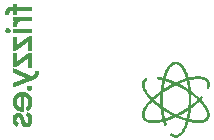
<source format=gbo>
%TF.GenerationSoftware,KiCad,Pcbnew,4.0.7*%
%TF.CreationDate,2018-07-15T20:06:58+02:00*%
%TF.ProjectId,BasicModule,42617369634D6F64756C652E6B696361,rev?*%
%TF.FileFunction,Legend,Bot*%
%FSLAX46Y46*%
G04 Gerber Fmt 4.6, Leading zero omitted, Abs format (unit mm)*
G04 Created by KiCad (PCBNEW 4.0.7) date 07/15/18 20:06:58*
%MOMM*%
%LPD*%
G01*
G04 APERTURE LIST*
%ADD10C,0.100000*%
%ADD11C,0.010000*%
G04 APERTURE END LIST*
D10*
D11*
G36*
X1139824Y-14652790D02*
X1169505Y-14662572D01*
X1187450Y-14667637D01*
X1206784Y-14677742D01*
X1219200Y-14687550D01*
X1237608Y-14701729D01*
X1244600Y-14704802D01*
X1262947Y-14709977D01*
X1299972Y-14724349D01*
X1351401Y-14746236D01*
X1365250Y-14752347D01*
X1397578Y-14766437D01*
X1418901Y-14775234D01*
X1422400Y-14776450D01*
X1436900Y-14782110D01*
X1465877Y-14794525D01*
X1479550Y-14800552D01*
X1540672Y-14827492D01*
X1581308Y-14844942D01*
X1600164Y-14852347D01*
X1600200Y-14852357D01*
X1614706Y-14858198D01*
X1643693Y-14870722D01*
X1657350Y-14876752D01*
X1720452Y-14904557D01*
X1760705Y-14921779D01*
X1778000Y-14928425D01*
X1792302Y-14934257D01*
X1821670Y-14947220D01*
X1841500Y-14956192D01*
X1896140Y-14980199D01*
X1930637Y-14993056D01*
X1947244Y-14995588D01*
X1948249Y-14995177D01*
X1960015Y-15000602D01*
X1979866Y-15016543D01*
X1998747Y-15030608D01*
X2006600Y-15030450D01*
X2014278Y-15029637D01*
X2028825Y-15040276D01*
X2049856Y-15056541D01*
X2060441Y-15061642D01*
X2089174Y-15069826D01*
X2137926Y-15089623D01*
X2171700Y-15104707D01*
X2206447Y-15119952D01*
X2231097Y-15129661D01*
X2237316Y-15131410D01*
X2253487Y-15137465D01*
X2249970Y-15149277D01*
X2230798Y-15163516D01*
X2200001Y-15176850D01*
X2173883Y-15183823D01*
X2147638Y-15191868D01*
X2135783Y-15196649D01*
X2114531Y-15205748D01*
X2108200Y-15208217D01*
X2091397Y-15214629D01*
X2061650Y-15226416D01*
X2029529Y-15239356D01*
X2006600Y-15248804D01*
X1986243Y-15257142D01*
X1981200Y-15259050D01*
X1965474Y-15265486D01*
X1953616Y-15270650D01*
X1925901Y-15280312D01*
X1915516Y-15282610D01*
X1890146Y-15291399D01*
X1879600Y-15297139D01*
X1850303Y-15309582D01*
X1836146Y-15312910D01*
X1808429Y-15321476D01*
X1798046Y-15327497D01*
X1777858Y-15337955D01*
X1744410Y-15350735D01*
X1733550Y-15354300D01*
X1698622Y-15366653D01*
X1673886Y-15377805D01*
X1670050Y-15380275D01*
X1653787Y-15389861D01*
X1651000Y-15390500D01*
X1644246Y-15391655D01*
X1630815Y-15395819D01*
X1605970Y-15404649D01*
X1564971Y-15419805D01*
X1530350Y-15432736D01*
X1490060Y-15447692D01*
X1460137Y-15458582D01*
X1447800Y-15462812D01*
X1432372Y-15468317D01*
X1402935Y-15479749D01*
X1368974Y-15493375D01*
X1346200Y-15502804D01*
X1325868Y-15510754D01*
X1320800Y-15512349D01*
X1306796Y-15517369D01*
X1275237Y-15529375D01*
X1232201Y-15546047D01*
X1219200Y-15551127D01*
X1173647Y-15568204D01*
X1137332Y-15580416D01*
X1116552Y-15585690D01*
X1114425Y-15585655D01*
X1110682Y-15596388D01*
X1107630Y-15627630D01*
X1105595Y-15674494D01*
X1104900Y-15728949D01*
X1105868Y-15787945D01*
X1108522Y-15835041D01*
X1112479Y-15865562D01*
X1116773Y-15875000D01*
X1136980Y-15870827D01*
X1158048Y-15863821D01*
X1184383Y-15854697D01*
X1197108Y-15851378D01*
X1214099Y-15845151D01*
X1242297Y-15831733D01*
X1244600Y-15830550D01*
X1273197Y-15816783D01*
X1291440Y-15809833D01*
X1292091Y-15809721D01*
X1310299Y-15804790D01*
X1333500Y-15796901D01*
X1368464Y-15784332D01*
X1387577Y-15778055D01*
X1398790Y-15775499D01*
X1400308Y-15775274D01*
X1417293Y-15768980D01*
X1445519Y-15755522D01*
X1447933Y-15754281D01*
X1473229Y-15743412D01*
X1485642Y-15742418D01*
X1485900Y-15743292D01*
X1493758Y-15742417D01*
X1511300Y-15728950D01*
X1529627Y-15715038D01*
X1536700Y-15714607D01*
X1546415Y-15715343D01*
X1570244Y-15705847D01*
X1574666Y-15703618D01*
X1601177Y-15690664D01*
X1615483Y-15685112D01*
X1615941Y-15685135D01*
X1628902Y-15681928D01*
X1656446Y-15672591D01*
X1689533Y-15660321D01*
X1714500Y-15650295D01*
X1734823Y-15642456D01*
X1739900Y-15640952D01*
X1755406Y-15634064D01*
X1758950Y-15632021D01*
X1777337Y-15624169D01*
X1811479Y-15611911D01*
X1841500Y-15601950D01*
X1881772Y-15588433D01*
X1912512Y-15577055D01*
X1924050Y-15571878D01*
X1940993Y-15563576D01*
X1943100Y-15562980D01*
X1958171Y-15557853D01*
X1985966Y-15547164D01*
X1987550Y-15546534D01*
X2024555Y-15532085D01*
X2045005Y-15525230D01*
X2055795Y-15523800D01*
X2058623Y-15524191D01*
X2073749Y-15518644D01*
X2084023Y-15511555D01*
X2105545Y-15499972D01*
X2142106Y-15485164D01*
X2171700Y-15474950D01*
X2212004Y-15461150D01*
X2242751Y-15449046D01*
X2254250Y-15443174D01*
X2273722Y-15433652D01*
X2306690Y-15421397D01*
X2317750Y-15417787D01*
X2352627Y-15406000D01*
X2377363Y-15396236D01*
X2381250Y-15394264D01*
X2404007Y-15384983D01*
X2406650Y-15384398D01*
X2425669Y-15378209D01*
X2457245Y-15365749D01*
X2466914Y-15361670D01*
X2498268Y-15348965D01*
X2518442Y-15342116D01*
X2521022Y-15341712D01*
X2535660Y-15336720D01*
X2562532Y-15324021D01*
X2565400Y-15322550D01*
X2593997Y-15308783D01*
X2612240Y-15301833D01*
X2612891Y-15301721D01*
X2632426Y-15296302D01*
X2665128Y-15284948D01*
X2700637Y-15271286D01*
X2705100Y-15269454D01*
X2729759Y-15260398D01*
X2736850Y-15258297D01*
X2755579Y-15251431D01*
X2787370Y-15238117D01*
X2800350Y-15232412D01*
X2832663Y-15218365D01*
X2853988Y-15209730D01*
X2857500Y-15208599D01*
X2870751Y-15201396D01*
X2897919Y-15184197D01*
X2919724Y-15169728D01*
X2955528Y-15145699D01*
X2984983Y-15126129D01*
X2995358Y-15119350D01*
X3025223Y-15096961D01*
X3058767Y-15067195D01*
X3090255Y-15035795D01*
X3113957Y-15008503D01*
X3124140Y-14991060D01*
X3124200Y-14990283D01*
X3130661Y-14974739D01*
X3134999Y-14973300D01*
X3145228Y-14962853D01*
X3162407Y-14935972D01*
X3182976Y-14899349D01*
X3203376Y-14859672D01*
X3220047Y-14823633D01*
X3229430Y-14797922D01*
X3230140Y-14794476D01*
X3237628Y-14769079D01*
X3240285Y-14763750D01*
X3244326Y-14745418D01*
X3247870Y-14709376D01*
X3250169Y-14663313D01*
X3250212Y-14661820D01*
X3252719Y-14572590D01*
X3132219Y-14573068D01*
X3079543Y-14573887D01*
X3037178Y-14575695D01*
X3011019Y-14578180D01*
X3005651Y-14579748D01*
X3000850Y-14594813D01*
X2994894Y-14627068D01*
X2990849Y-14655800D01*
X2983716Y-14697596D01*
X2974771Y-14729966D01*
X2969053Y-14741525D01*
X2962449Y-14755072D01*
X2965450Y-14757400D01*
X2966361Y-14765288D01*
X2957975Y-14777804D01*
X2938077Y-14806482D01*
X2927741Y-14824887D01*
X2909493Y-14848096D01*
X2878864Y-14875717D01*
X2863745Y-14887028D01*
X2823562Y-14913229D01*
X2776562Y-14941012D01*
X2727996Y-14967647D01*
X2683120Y-14990404D01*
X2647186Y-15006552D01*
X2625449Y-15013363D01*
X2621795Y-15012761D01*
X2605728Y-15004447D01*
X2605616Y-15004438D01*
X2590587Y-14999099D01*
X2559510Y-14985725D01*
X2520950Y-14968065D01*
X2479733Y-14949374D01*
X2446792Y-14935619D01*
X2430156Y-14930020D01*
X2408122Y-14920416D01*
X2398406Y-14913498D01*
X2378668Y-14900367D01*
X2371858Y-14897832D01*
X2341736Y-14888978D01*
X2291190Y-14868285D01*
X2260600Y-14854592D01*
X2226348Y-14839354D01*
X2202709Y-14829549D01*
X2197100Y-14827694D01*
X2182235Y-14820984D01*
X2171700Y-14814712D01*
X2148358Y-14803032D01*
X2139950Y-14800607D01*
X2121681Y-14794526D01*
X2089528Y-14781269D01*
X2070100Y-14772638D01*
X1985830Y-14734483D01*
X1913042Y-14701925D01*
X1854551Y-14676201D01*
X1813170Y-14658546D01*
X1791715Y-14650198D01*
X1790700Y-14649902D01*
X1776795Y-14644040D01*
X1746577Y-14630329D01*
X1708150Y-14612465D01*
X1667296Y-14593843D01*
X1635094Y-14580171D01*
X1619250Y-14574619D01*
X1598156Y-14566447D01*
X1587500Y-14560387D01*
X1567956Y-14549446D01*
X1562100Y-14547272D01*
X1547610Y-14541969D01*
X1518655Y-14529767D01*
X1504950Y-14523747D01*
X1446663Y-14498039D01*
X1408732Y-14481757D01*
X1388424Y-14473741D01*
X1384300Y-14472519D01*
X1369410Y-14465429D01*
X1358900Y-14459112D01*
X1335549Y-14447362D01*
X1327150Y-14444880D01*
X1309804Y-14438725D01*
X1276901Y-14424681D01*
X1238250Y-14407034D01*
X1198219Y-14388719D01*
X1167654Y-14375612D01*
X1153583Y-14370661D01*
X1137564Y-14362353D01*
X1135591Y-14360525D01*
X1122999Y-14352206D01*
X1114238Y-14358443D01*
X1108704Y-14381898D01*
X1105794Y-14425232D01*
X1104902Y-14491108D01*
X1104899Y-14495807D01*
X1104899Y-14640615D01*
X1139824Y-14652790D01*
X1139824Y-14652790D01*
G37*
X1139824Y-14652790D02*
X1169505Y-14662572D01*
X1187450Y-14667637D01*
X1206784Y-14677742D01*
X1219200Y-14687550D01*
X1237608Y-14701729D01*
X1244600Y-14704802D01*
X1262947Y-14709977D01*
X1299972Y-14724349D01*
X1351401Y-14746236D01*
X1365250Y-14752347D01*
X1397578Y-14766437D01*
X1418901Y-14775234D01*
X1422400Y-14776450D01*
X1436900Y-14782110D01*
X1465877Y-14794525D01*
X1479550Y-14800552D01*
X1540672Y-14827492D01*
X1581308Y-14844942D01*
X1600164Y-14852347D01*
X1600200Y-14852357D01*
X1614706Y-14858198D01*
X1643693Y-14870722D01*
X1657350Y-14876752D01*
X1720452Y-14904557D01*
X1760705Y-14921779D01*
X1778000Y-14928425D01*
X1792302Y-14934257D01*
X1821670Y-14947220D01*
X1841500Y-14956192D01*
X1896140Y-14980199D01*
X1930637Y-14993056D01*
X1947244Y-14995588D01*
X1948249Y-14995177D01*
X1960015Y-15000602D01*
X1979866Y-15016543D01*
X1998747Y-15030608D01*
X2006600Y-15030450D01*
X2014278Y-15029637D01*
X2028825Y-15040276D01*
X2049856Y-15056541D01*
X2060441Y-15061642D01*
X2089174Y-15069826D01*
X2137926Y-15089623D01*
X2171700Y-15104707D01*
X2206447Y-15119952D01*
X2231097Y-15129661D01*
X2237316Y-15131410D01*
X2253487Y-15137465D01*
X2249970Y-15149277D01*
X2230798Y-15163516D01*
X2200001Y-15176850D01*
X2173883Y-15183823D01*
X2147638Y-15191868D01*
X2135783Y-15196649D01*
X2114531Y-15205748D01*
X2108200Y-15208217D01*
X2091397Y-15214629D01*
X2061650Y-15226416D01*
X2029529Y-15239356D01*
X2006600Y-15248804D01*
X1986243Y-15257142D01*
X1981200Y-15259050D01*
X1965474Y-15265486D01*
X1953616Y-15270650D01*
X1925901Y-15280312D01*
X1915516Y-15282610D01*
X1890146Y-15291399D01*
X1879600Y-15297139D01*
X1850303Y-15309582D01*
X1836146Y-15312910D01*
X1808429Y-15321476D01*
X1798046Y-15327497D01*
X1777858Y-15337955D01*
X1744410Y-15350735D01*
X1733550Y-15354300D01*
X1698622Y-15366653D01*
X1673886Y-15377805D01*
X1670050Y-15380275D01*
X1653787Y-15389861D01*
X1651000Y-15390500D01*
X1644246Y-15391655D01*
X1630815Y-15395819D01*
X1605970Y-15404649D01*
X1564971Y-15419805D01*
X1530350Y-15432736D01*
X1490060Y-15447692D01*
X1460137Y-15458582D01*
X1447800Y-15462812D01*
X1432372Y-15468317D01*
X1402935Y-15479749D01*
X1368974Y-15493375D01*
X1346200Y-15502804D01*
X1325868Y-15510754D01*
X1320800Y-15512349D01*
X1306796Y-15517369D01*
X1275237Y-15529375D01*
X1232201Y-15546047D01*
X1219200Y-15551127D01*
X1173647Y-15568204D01*
X1137332Y-15580416D01*
X1116552Y-15585690D01*
X1114425Y-15585655D01*
X1110682Y-15596388D01*
X1107630Y-15627630D01*
X1105595Y-15674494D01*
X1104900Y-15728949D01*
X1105868Y-15787945D01*
X1108522Y-15835041D01*
X1112479Y-15865562D01*
X1116773Y-15875000D01*
X1136980Y-15870827D01*
X1158048Y-15863821D01*
X1184383Y-15854697D01*
X1197108Y-15851378D01*
X1214099Y-15845151D01*
X1242297Y-15831733D01*
X1244600Y-15830550D01*
X1273197Y-15816783D01*
X1291440Y-15809833D01*
X1292091Y-15809721D01*
X1310299Y-15804790D01*
X1333500Y-15796901D01*
X1368464Y-15784332D01*
X1387577Y-15778055D01*
X1398790Y-15775499D01*
X1400308Y-15775274D01*
X1417293Y-15768980D01*
X1445519Y-15755522D01*
X1447933Y-15754281D01*
X1473229Y-15743412D01*
X1485642Y-15742418D01*
X1485900Y-15743292D01*
X1493758Y-15742417D01*
X1511300Y-15728950D01*
X1529627Y-15715038D01*
X1536700Y-15714607D01*
X1546415Y-15715343D01*
X1570244Y-15705847D01*
X1574666Y-15703618D01*
X1601177Y-15690664D01*
X1615483Y-15685112D01*
X1615941Y-15685135D01*
X1628902Y-15681928D01*
X1656446Y-15672591D01*
X1689533Y-15660321D01*
X1714500Y-15650295D01*
X1734823Y-15642456D01*
X1739900Y-15640952D01*
X1755406Y-15634064D01*
X1758950Y-15632021D01*
X1777337Y-15624169D01*
X1811479Y-15611911D01*
X1841500Y-15601950D01*
X1881772Y-15588433D01*
X1912512Y-15577055D01*
X1924050Y-15571878D01*
X1940993Y-15563576D01*
X1943100Y-15562980D01*
X1958171Y-15557853D01*
X1985966Y-15547164D01*
X1987550Y-15546534D01*
X2024555Y-15532085D01*
X2045005Y-15525230D01*
X2055795Y-15523800D01*
X2058623Y-15524191D01*
X2073749Y-15518644D01*
X2084023Y-15511555D01*
X2105545Y-15499972D01*
X2142106Y-15485164D01*
X2171700Y-15474950D01*
X2212004Y-15461150D01*
X2242751Y-15449046D01*
X2254250Y-15443174D01*
X2273722Y-15433652D01*
X2306690Y-15421397D01*
X2317750Y-15417787D01*
X2352627Y-15406000D01*
X2377363Y-15396236D01*
X2381250Y-15394264D01*
X2404007Y-15384983D01*
X2406650Y-15384398D01*
X2425669Y-15378209D01*
X2457245Y-15365749D01*
X2466914Y-15361670D01*
X2498268Y-15348965D01*
X2518442Y-15342116D01*
X2521022Y-15341712D01*
X2535660Y-15336720D01*
X2562532Y-15324021D01*
X2565400Y-15322550D01*
X2593997Y-15308783D01*
X2612240Y-15301833D01*
X2612891Y-15301721D01*
X2632426Y-15296302D01*
X2665128Y-15284948D01*
X2700637Y-15271286D01*
X2705100Y-15269454D01*
X2729759Y-15260398D01*
X2736850Y-15258297D01*
X2755579Y-15251431D01*
X2787370Y-15238117D01*
X2800350Y-15232412D01*
X2832663Y-15218365D01*
X2853988Y-15209730D01*
X2857500Y-15208599D01*
X2870751Y-15201396D01*
X2897919Y-15184197D01*
X2919724Y-15169728D01*
X2955528Y-15145699D01*
X2984983Y-15126129D01*
X2995358Y-15119350D01*
X3025223Y-15096961D01*
X3058767Y-15067195D01*
X3090255Y-15035795D01*
X3113957Y-15008503D01*
X3124140Y-14991060D01*
X3124200Y-14990283D01*
X3130661Y-14974739D01*
X3134999Y-14973300D01*
X3145228Y-14962853D01*
X3162407Y-14935972D01*
X3182976Y-14899349D01*
X3203376Y-14859672D01*
X3220047Y-14823633D01*
X3229430Y-14797922D01*
X3230140Y-14794476D01*
X3237628Y-14769079D01*
X3240285Y-14763750D01*
X3244326Y-14745418D01*
X3247870Y-14709376D01*
X3250169Y-14663313D01*
X3250212Y-14661820D01*
X3252719Y-14572590D01*
X3132219Y-14573068D01*
X3079543Y-14573887D01*
X3037178Y-14575695D01*
X3011019Y-14578180D01*
X3005651Y-14579748D01*
X3000850Y-14594813D01*
X2994894Y-14627068D01*
X2990849Y-14655800D01*
X2983716Y-14697596D01*
X2974771Y-14729966D01*
X2969053Y-14741525D01*
X2962449Y-14755072D01*
X2965450Y-14757400D01*
X2966361Y-14765288D01*
X2957975Y-14777804D01*
X2938077Y-14806482D01*
X2927741Y-14824887D01*
X2909493Y-14848096D01*
X2878864Y-14875717D01*
X2863745Y-14887028D01*
X2823562Y-14913229D01*
X2776562Y-14941012D01*
X2727996Y-14967647D01*
X2683120Y-14990404D01*
X2647186Y-15006552D01*
X2625449Y-15013363D01*
X2621795Y-15012761D01*
X2605728Y-15004447D01*
X2605616Y-15004438D01*
X2590587Y-14999099D01*
X2559510Y-14985725D01*
X2520950Y-14968065D01*
X2479733Y-14949374D01*
X2446792Y-14935619D01*
X2430156Y-14930020D01*
X2408122Y-14920416D01*
X2398406Y-14913498D01*
X2378668Y-14900367D01*
X2371858Y-14897832D01*
X2341736Y-14888978D01*
X2291190Y-14868285D01*
X2260600Y-14854592D01*
X2226348Y-14839354D01*
X2202709Y-14829549D01*
X2197100Y-14827694D01*
X2182235Y-14820984D01*
X2171700Y-14814712D01*
X2148358Y-14803032D01*
X2139950Y-14800607D01*
X2121681Y-14794526D01*
X2089528Y-14781269D01*
X2070100Y-14772638D01*
X1985830Y-14734483D01*
X1913042Y-14701925D01*
X1854551Y-14676201D01*
X1813170Y-14658546D01*
X1791715Y-14650198D01*
X1790700Y-14649902D01*
X1776795Y-14644040D01*
X1746577Y-14630329D01*
X1708150Y-14612465D01*
X1667296Y-14593843D01*
X1635094Y-14580171D01*
X1619250Y-14574619D01*
X1598156Y-14566447D01*
X1587500Y-14560387D01*
X1567956Y-14549446D01*
X1562100Y-14547272D01*
X1547610Y-14541969D01*
X1518655Y-14529767D01*
X1504950Y-14523747D01*
X1446663Y-14498039D01*
X1408732Y-14481757D01*
X1388424Y-14473741D01*
X1384300Y-14472519D01*
X1369410Y-14465429D01*
X1358900Y-14459112D01*
X1335549Y-14447362D01*
X1327150Y-14444880D01*
X1309804Y-14438725D01*
X1276901Y-14424681D01*
X1238250Y-14407034D01*
X1198219Y-14388719D01*
X1167654Y-14375612D01*
X1153583Y-14370661D01*
X1137564Y-14362353D01*
X1135591Y-14360525D01*
X1122999Y-14352206D01*
X1114238Y-14358443D01*
X1108704Y-14381898D01*
X1105794Y-14425232D01*
X1104902Y-14491108D01*
X1104899Y-14495807D01*
X1104899Y-14640615D01*
X1139824Y-14652790D01*
G36*
X2914650Y-14833600D02*
X2921000Y-14827250D01*
X2914650Y-14820900D01*
X2908300Y-14827250D01*
X2914650Y-14833600D01*
X2914650Y-14833600D01*
G37*
X2914650Y-14833600D02*
X2921000Y-14827250D01*
X2914650Y-14820900D01*
X2908300Y-14827250D01*
X2914650Y-14833600D01*
G36*
X2293594Y-16056299D02*
X2299560Y-16085961D01*
X2314450Y-16110637D01*
X2342356Y-16140528D01*
X2345479Y-16143656D01*
X2378868Y-16174495D01*
X2406786Y-16190897D01*
X2440069Y-16197900D01*
X2465890Y-16199630D01*
X2528045Y-16196463D01*
X2577877Y-16177843D01*
X2625005Y-16139853D01*
X2633168Y-16131472D01*
X2660723Y-16086879D01*
X2675646Y-16030265D01*
X2676504Y-15971985D01*
X2662085Y-15922806D01*
X2641148Y-15886730D01*
X2621959Y-15858008D01*
X2608199Y-15841716D01*
X2603500Y-15841979D01*
X2595667Y-15843934D01*
X2583211Y-15835872D01*
X2545227Y-15816712D01*
X2495918Y-15807637D01*
X2445074Y-15808907D01*
X2402486Y-15820781D01*
X2387469Y-15830667D01*
X2369281Y-15843663D01*
X2362200Y-15842270D01*
X2355915Y-15844942D01*
X2339847Y-15864130D01*
X2327275Y-15881576D01*
X2306494Y-15916672D01*
X2295929Y-15951603D01*
X2292544Y-15997697D01*
X2292462Y-16011450D01*
X2293594Y-16056299D01*
X2293594Y-16056299D01*
G37*
X2293594Y-16056299D02*
X2299560Y-16085961D01*
X2314450Y-16110637D01*
X2342356Y-16140528D01*
X2345479Y-16143656D01*
X2378868Y-16174495D01*
X2406786Y-16190897D01*
X2440069Y-16197900D01*
X2465890Y-16199630D01*
X2528045Y-16196463D01*
X2577877Y-16177843D01*
X2625005Y-16139853D01*
X2633168Y-16131472D01*
X2660723Y-16086879D01*
X2675646Y-16030265D01*
X2676504Y-15971985D01*
X2662085Y-15922806D01*
X2641148Y-15886730D01*
X2621959Y-15858008D01*
X2608199Y-15841716D01*
X2603500Y-15841979D01*
X2595667Y-15843934D01*
X2583211Y-15835872D01*
X2545227Y-15816712D01*
X2495918Y-15807637D01*
X2445074Y-15808907D01*
X2402486Y-15820781D01*
X2387469Y-15830667D01*
X2369281Y-15843663D01*
X2362200Y-15842270D01*
X2355915Y-15844942D01*
X2339847Y-15864130D01*
X2327275Y-15881576D01*
X2306494Y-15916672D01*
X2295929Y-15951603D01*
X2292544Y-15997697D01*
X2292462Y-16011450D01*
X2293594Y-16056299D01*
G36*
X1073338Y-17248951D02*
X1080220Y-17329714D01*
X1095884Y-17401718D01*
X1122262Y-17473045D01*
X1161286Y-17551774D01*
X1175052Y-17576800D01*
X1190581Y-17598067D01*
X1218060Y-17629935D01*
X1253075Y-17667883D01*
X1291214Y-17707390D01*
X1328063Y-17743936D01*
X1359210Y-17773001D01*
X1380242Y-17790066D01*
X1385832Y-17792700D01*
X1401667Y-17799274D01*
X1429562Y-17815797D01*
X1441839Y-17823894D01*
X1484952Y-17848385D01*
X1541181Y-17874177D01*
X1599511Y-17896689D01*
X1648927Y-17911341D01*
X1655339Y-17912663D01*
X1676976Y-17917582D01*
X1682750Y-17920016D01*
X1694438Y-17924439D01*
X1725469Y-17928138D01*
X1769794Y-17930974D01*
X1821362Y-17932807D01*
X1874122Y-17933496D01*
X1922025Y-17932901D01*
X1959022Y-17930884D01*
X1979060Y-17927302D01*
X1979844Y-17926887D01*
X1983357Y-17915653D01*
X1986324Y-17885967D01*
X1988768Y-17836820D01*
X1990709Y-17767204D01*
X1992171Y-17676110D01*
X1993175Y-17562528D01*
X1993743Y-17425451D01*
X1993900Y-17283769D01*
X1993900Y-16649337D01*
X2034655Y-16656517D01*
X2068373Y-16665628D01*
X2091805Y-16677304D01*
X2105717Y-16685470D01*
X2108200Y-16683758D01*
X2117183Y-16681844D01*
X2140710Y-16692598D01*
X2173648Y-16712625D01*
X2210864Y-16738530D01*
X2247224Y-16766919D01*
X2277596Y-16794398D01*
X2281302Y-16798215D01*
X2305174Y-16828682D01*
X2333158Y-16871966D01*
X2360597Y-16919894D01*
X2382836Y-16964293D01*
X2395218Y-16996988D01*
X2395663Y-16998950D01*
X2399984Y-17021378D01*
X2402844Y-17037050D01*
X2410533Y-17064678D01*
X2415625Y-17075628D01*
X2419326Y-17094092D01*
X2421699Y-17130635D01*
X2422767Y-17177972D01*
X2422555Y-17228819D01*
X2421088Y-17275890D01*
X2418391Y-17311901D01*
X2414761Y-17329150D01*
X2406562Y-17351945D01*
X2403651Y-17365851D01*
X2391719Y-17406020D01*
X2369870Y-17454249D01*
X2343996Y-17498713D01*
X2325675Y-17522293D01*
X2306634Y-17544373D01*
X2298700Y-17558116D01*
X2298700Y-17558126D01*
X2290775Y-17572362D01*
X2279650Y-17584964D01*
X2264666Y-17597191D01*
X2260600Y-17596841D01*
X2252420Y-17599061D01*
X2232509Y-17614110D01*
X2230325Y-17615991D01*
X2210415Y-17636288D01*
X2207933Y-17654479D01*
X2218430Y-17679154D01*
X2234433Y-17706841D01*
X2247622Y-17722671D01*
X2247890Y-17722844D01*
X2259019Y-17737183D01*
X2276617Y-17767422D01*
X2292891Y-17799018D01*
X2313115Y-17837463D01*
X2330120Y-17855961D01*
X2349817Y-17855217D01*
X2378114Y-17835935D01*
X2405450Y-17812451D01*
X2431783Y-17791529D01*
X2450620Y-17780503D01*
X2453075Y-17780000D01*
X2462312Y-17769554D01*
X2463800Y-17758833D01*
X2467424Y-17744651D01*
X2471661Y-17745528D01*
X2485007Y-17744429D01*
X2502159Y-17730320D01*
X2513658Y-17711853D01*
X2514600Y-17706262D01*
X2523317Y-17688808D01*
X2533086Y-17678867D01*
X2548217Y-17659401D01*
X2569241Y-17624014D01*
X2592597Y-17579845D01*
X2614726Y-17534030D01*
X2632067Y-17493705D01*
X2641061Y-17466010D01*
X2641600Y-17461329D01*
X2646630Y-17438263D01*
X2650434Y-17432499D01*
X2657376Y-17422210D01*
X2662519Y-17404637D01*
X2666300Y-17375754D01*
X2669153Y-17331539D01*
X2671516Y-17267965D01*
X2672653Y-17227550D01*
X2673374Y-17161495D01*
X2672254Y-17098889D01*
X2669532Y-17047410D01*
X2666113Y-17018000D01*
X2654940Y-16959395D01*
X2646004Y-16919130D01*
X2637361Y-16890490D01*
X2627068Y-16866762D01*
X2616836Y-16847683D01*
X2602750Y-16818928D01*
X2597696Y-16800789D01*
X2598357Y-16798776D01*
X2594889Y-16787320D01*
X2584756Y-16776954D01*
X2568501Y-16756341D01*
X2565400Y-16745363D01*
X2556747Y-16725883D01*
X2540000Y-16706850D01*
X2520960Y-16684543D01*
X2514600Y-16668928D01*
X2505962Y-16653513D01*
X2483132Y-16626434D01*
X2450732Y-16593092D01*
X2444750Y-16587328D01*
X2411789Y-16557031D01*
X2387208Y-16536647D01*
X2375364Y-16529727D01*
X2374900Y-16530407D01*
X2366948Y-16528730D01*
X2346941Y-16513013D01*
X2336800Y-16503650D01*
X2313599Y-16483648D01*
X2300097Y-16476315D01*
X2298700Y-16477842D01*
X2290871Y-16479249D01*
X2276475Y-16469448D01*
X2246429Y-16449253D01*
X2217639Y-16438154D01*
X2209800Y-16437562D01*
X2195062Y-16432618D01*
X2174050Y-16422358D01*
X2143048Y-16408421D01*
X2123250Y-16402222D01*
X2097546Y-16396641D01*
X2060225Y-16388233D01*
X2049672Y-16385814D01*
X2011639Y-16380580D01*
X1957344Y-16377552D01*
X1893292Y-16376599D01*
X1825992Y-16377589D01*
X1765300Y-16380243D01*
X1765300Y-16648174D01*
X1765300Y-17157793D01*
X1765272Y-17284813D01*
X1765113Y-17388710D01*
X1764708Y-17471761D01*
X1763943Y-17536244D01*
X1762701Y-17584437D01*
X1760868Y-17618615D01*
X1758331Y-17641058D01*
X1754973Y-17654041D01*
X1750679Y-17659841D01*
X1745336Y-17660738D01*
X1740008Y-17659384D01*
X1707642Y-17650851D01*
X1680078Y-17645076D01*
X1648153Y-17635602D01*
X1629169Y-17625292D01*
X1615331Y-17617210D01*
X1612900Y-17618941D01*
X1603772Y-17619280D01*
X1580233Y-17607990D01*
X1548045Y-17588872D01*
X1512971Y-17565728D01*
X1480775Y-17542358D01*
X1457220Y-17522565D01*
X1448071Y-17510221D01*
X1440311Y-17494953D01*
X1421929Y-17471044D01*
X1421095Y-17470080D01*
X1403974Y-17447277D01*
X1398660Y-17433612D01*
X1398870Y-17433217D01*
X1395072Y-17420226D01*
X1382923Y-17403508D01*
X1368107Y-17380947D01*
X1353824Y-17351067D01*
X1343204Y-17321994D01*
X1339374Y-17301853D01*
X1342065Y-17297400D01*
X1341789Y-17289658D01*
X1335724Y-17281029D01*
X1330324Y-17261708D01*
X1327180Y-17224348D01*
X1326249Y-17176208D01*
X1327487Y-17124545D01*
X1330851Y-17076617D01*
X1336298Y-17039682D01*
X1337192Y-17035925D01*
X1357549Y-16964385D01*
X1376703Y-16915336D01*
X1395788Y-16885978D01*
X1398948Y-16882886D01*
X1416949Y-16862758D01*
X1422400Y-16851028D01*
X1432012Y-16830933D01*
X1456596Y-16802707D01*
X1489776Y-16771839D01*
X1525172Y-16743823D01*
X1556407Y-16724148D01*
X1576641Y-16718219D01*
X1591004Y-16711574D01*
X1611566Y-16695356D01*
X1630493Y-16680818D01*
X1638300Y-16679928D01*
X1647624Y-16681535D01*
X1665450Y-16674162D01*
X1699198Y-16661005D01*
X1728950Y-16653903D01*
X1765300Y-16648174D01*
X1765300Y-16380243D01*
X1761949Y-16380390D01*
X1707671Y-16384871D01*
X1669664Y-16390899D01*
X1660525Y-16393695D01*
X1636003Y-16401735D01*
X1625602Y-16401487D01*
X1625600Y-16401409D01*
X1615830Y-16402219D01*
X1591874Y-16412529D01*
X1587500Y-16414750D01*
X1562149Y-16425654D01*
X1549670Y-16426696D01*
X1549400Y-16425807D01*
X1541541Y-16426682D01*
X1524000Y-16440150D01*
X1505722Y-16453529D01*
X1498600Y-16452850D01*
X1490876Y-16452200D01*
X1475344Y-16463609D01*
X1455506Y-16477285D01*
X1445633Y-16478199D01*
X1433587Y-16481592D01*
X1416120Y-16497222D01*
X1395049Y-16516199D01*
X1381415Y-16522700D01*
X1363740Y-16531780D01*
X1334771Y-16555854D01*
X1299190Y-16590167D01*
X1261680Y-16629967D01*
X1226924Y-16670502D01*
X1199605Y-16707017D01*
X1199168Y-16707672D01*
X1162093Y-16768902D01*
X1130366Y-16831610D01*
X1107804Y-16887733D01*
X1099685Y-16917798D01*
X1094746Y-16940904D01*
X1092172Y-16948150D01*
X1086303Y-16960560D01*
X1081179Y-16996646D01*
X1076961Y-17054690D01*
X1073806Y-17132974D01*
X1073306Y-17151350D01*
X1073338Y-17248951D01*
X1073338Y-17248951D01*
G37*
X1073338Y-17248951D02*
X1080220Y-17329714D01*
X1095884Y-17401718D01*
X1122262Y-17473045D01*
X1161286Y-17551774D01*
X1175052Y-17576800D01*
X1190581Y-17598067D01*
X1218060Y-17629935D01*
X1253075Y-17667883D01*
X1291214Y-17707390D01*
X1328063Y-17743936D01*
X1359210Y-17773001D01*
X1380242Y-17790066D01*
X1385832Y-17792700D01*
X1401667Y-17799274D01*
X1429562Y-17815797D01*
X1441839Y-17823894D01*
X1484952Y-17848385D01*
X1541181Y-17874177D01*
X1599511Y-17896689D01*
X1648927Y-17911341D01*
X1655339Y-17912663D01*
X1676976Y-17917582D01*
X1682750Y-17920016D01*
X1694438Y-17924439D01*
X1725469Y-17928138D01*
X1769794Y-17930974D01*
X1821362Y-17932807D01*
X1874122Y-17933496D01*
X1922025Y-17932901D01*
X1959022Y-17930884D01*
X1979060Y-17927302D01*
X1979844Y-17926887D01*
X1983357Y-17915653D01*
X1986324Y-17885967D01*
X1988768Y-17836820D01*
X1990709Y-17767204D01*
X1992171Y-17676110D01*
X1993175Y-17562528D01*
X1993743Y-17425451D01*
X1993900Y-17283769D01*
X1993900Y-16649337D01*
X2034655Y-16656517D01*
X2068373Y-16665628D01*
X2091805Y-16677304D01*
X2105717Y-16685470D01*
X2108200Y-16683758D01*
X2117183Y-16681844D01*
X2140710Y-16692598D01*
X2173648Y-16712625D01*
X2210864Y-16738530D01*
X2247224Y-16766919D01*
X2277596Y-16794398D01*
X2281302Y-16798215D01*
X2305174Y-16828682D01*
X2333158Y-16871966D01*
X2360597Y-16919894D01*
X2382836Y-16964293D01*
X2395218Y-16996988D01*
X2395663Y-16998950D01*
X2399984Y-17021378D01*
X2402844Y-17037050D01*
X2410533Y-17064678D01*
X2415625Y-17075628D01*
X2419326Y-17094092D01*
X2421699Y-17130635D01*
X2422767Y-17177972D01*
X2422555Y-17228819D01*
X2421088Y-17275890D01*
X2418391Y-17311901D01*
X2414761Y-17329150D01*
X2406562Y-17351945D01*
X2403651Y-17365851D01*
X2391719Y-17406020D01*
X2369870Y-17454249D01*
X2343996Y-17498713D01*
X2325675Y-17522293D01*
X2306634Y-17544373D01*
X2298700Y-17558116D01*
X2298700Y-17558126D01*
X2290775Y-17572362D01*
X2279650Y-17584964D01*
X2264666Y-17597191D01*
X2260600Y-17596841D01*
X2252420Y-17599061D01*
X2232509Y-17614110D01*
X2230325Y-17615991D01*
X2210415Y-17636288D01*
X2207933Y-17654479D01*
X2218430Y-17679154D01*
X2234433Y-17706841D01*
X2247622Y-17722671D01*
X2247890Y-17722844D01*
X2259019Y-17737183D01*
X2276617Y-17767422D01*
X2292891Y-17799018D01*
X2313115Y-17837463D01*
X2330120Y-17855961D01*
X2349817Y-17855217D01*
X2378114Y-17835935D01*
X2405450Y-17812451D01*
X2431783Y-17791529D01*
X2450620Y-17780503D01*
X2453075Y-17780000D01*
X2462312Y-17769554D01*
X2463800Y-17758833D01*
X2467424Y-17744651D01*
X2471661Y-17745528D01*
X2485007Y-17744429D01*
X2502159Y-17730320D01*
X2513658Y-17711853D01*
X2514600Y-17706262D01*
X2523317Y-17688808D01*
X2533086Y-17678867D01*
X2548217Y-17659401D01*
X2569241Y-17624014D01*
X2592597Y-17579845D01*
X2614726Y-17534030D01*
X2632067Y-17493705D01*
X2641061Y-17466010D01*
X2641600Y-17461329D01*
X2646630Y-17438263D01*
X2650434Y-17432499D01*
X2657376Y-17422210D01*
X2662519Y-17404637D01*
X2666300Y-17375754D01*
X2669153Y-17331539D01*
X2671516Y-17267965D01*
X2672653Y-17227550D01*
X2673374Y-17161495D01*
X2672254Y-17098889D01*
X2669532Y-17047410D01*
X2666113Y-17018000D01*
X2654940Y-16959395D01*
X2646004Y-16919130D01*
X2637361Y-16890490D01*
X2627068Y-16866762D01*
X2616836Y-16847683D01*
X2602750Y-16818928D01*
X2597696Y-16800789D01*
X2598357Y-16798776D01*
X2594889Y-16787320D01*
X2584756Y-16776954D01*
X2568501Y-16756341D01*
X2565400Y-16745363D01*
X2556747Y-16725883D01*
X2540000Y-16706850D01*
X2520960Y-16684543D01*
X2514600Y-16668928D01*
X2505962Y-16653513D01*
X2483132Y-16626434D01*
X2450732Y-16593092D01*
X2444750Y-16587328D01*
X2411789Y-16557031D01*
X2387208Y-16536647D01*
X2375364Y-16529727D01*
X2374900Y-16530407D01*
X2366948Y-16528730D01*
X2346941Y-16513013D01*
X2336800Y-16503650D01*
X2313599Y-16483648D01*
X2300097Y-16476315D01*
X2298700Y-16477842D01*
X2290871Y-16479249D01*
X2276475Y-16469448D01*
X2246429Y-16449253D01*
X2217639Y-16438154D01*
X2209800Y-16437562D01*
X2195062Y-16432618D01*
X2174050Y-16422358D01*
X2143048Y-16408421D01*
X2123250Y-16402222D01*
X2097546Y-16396641D01*
X2060225Y-16388233D01*
X2049672Y-16385814D01*
X2011639Y-16380580D01*
X1957344Y-16377552D01*
X1893292Y-16376599D01*
X1825992Y-16377589D01*
X1765300Y-16380243D01*
X1765300Y-16648174D01*
X1765300Y-17157793D01*
X1765272Y-17284813D01*
X1765113Y-17388710D01*
X1764708Y-17471761D01*
X1763943Y-17536244D01*
X1762701Y-17584437D01*
X1760868Y-17618615D01*
X1758331Y-17641058D01*
X1754973Y-17654041D01*
X1750679Y-17659841D01*
X1745336Y-17660738D01*
X1740008Y-17659384D01*
X1707642Y-17650851D01*
X1680078Y-17645076D01*
X1648153Y-17635602D01*
X1629169Y-17625292D01*
X1615331Y-17617210D01*
X1612900Y-17618941D01*
X1603772Y-17619280D01*
X1580233Y-17607990D01*
X1548045Y-17588872D01*
X1512971Y-17565728D01*
X1480775Y-17542358D01*
X1457220Y-17522565D01*
X1448071Y-17510221D01*
X1440311Y-17494953D01*
X1421929Y-17471044D01*
X1421095Y-17470080D01*
X1403974Y-17447277D01*
X1398660Y-17433612D01*
X1398870Y-17433217D01*
X1395072Y-17420226D01*
X1382923Y-17403508D01*
X1368107Y-17380947D01*
X1353824Y-17351067D01*
X1343204Y-17321994D01*
X1339374Y-17301853D01*
X1342065Y-17297400D01*
X1341789Y-17289658D01*
X1335724Y-17281029D01*
X1330324Y-17261708D01*
X1327180Y-17224348D01*
X1326249Y-17176208D01*
X1327487Y-17124545D01*
X1330851Y-17076617D01*
X1336298Y-17039682D01*
X1337192Y-17035925D01*
X1357549Y-16964385D01*
X1376703Y-16915336D01*
X1395788Y-16885978D01*
X1398948Y-16882886D01*
X1416949Y-16862758D01*
X1422400Y-16851028D01*
X1432012Y-16830933D01*
X1456596Y-16802707D01*
X1489776Y-16771839D01*
X1525172Y-16743823D01*
X1556407Y-16724148D01*
X1576641Y-16718219D01*
X1591004Y-16711574D01*
X1611566Y-16695356D01*
X1630493Y-16680818D01*
X1638300Y-16679928D01*
X1647624Y-16681535D01*
X1665450Y-16674162D01*
X1699198Y-16661005D01*
X1728950Y-16653903D01*
X1765300Y-16648174D01*
X1765300Y-16380243D01*
X1761949Y-16380390D01*
X1707671Y-16384871D01*
X1669664Y-16390899D01*
X1660525Y-16393695D01*
X1636003Y-16401735D01*
X1625602Y-16401487D01*
X1625600Y-16401409D01*
X1615830Y-16402219D01*
X1591874Y-16412529D01*
X1587500Y-16414750D01*
X1562149Y-16425654D01*
X1549670Y-16426696D01*
X1549400Y-16425807D01*
X1541541Y-16426682D01*
X1524000Y-16440150D01*
X1505722Y-16453529D01*
X1498600Y-16452850D01*
X1490876Y-16452200D01*
X1475344Y-16463609D01*
X1455506Y-16477285D01*
X1445633Y-16478199D01*
X1433587Y-16481592D01*
X1416120Y-16497222D01*
X1395049Y-16516199D01*
X1381415Y-16522700D01*
X1363740Y-16531780D01*
X1334771Y-16555854D01*
X1299190Y-16590167D01*
X1261680Y-16629967D01*
X1226924Y-16670502D01*
X1199605Y-16707017D01*
X1199168Y-16707672D01*
X1162093Y-16768902D01*
X1130366Y-16831610D01*
X1107804Y-16887733D01*
X1099685Y-16917798D01*
X1094746Y-16940904D01*
X1092172Y-16948150D01*
X1086303Y-16960560D01*
X1081179Y-16996646D01*
X1076961Y-17054690D01*
X1073806Y-17132974D01*
X1073306Y-17151350D01*
X1073338Y-17248951D01*
G36*
X1078381Y-18783737D02*
X1104158Y-18902922D01*
X1150812Y-19008003D01*
X1218567Y-19099476D01*
X1307650Y-19177837D01*
X1315412Y-19183350D01*
X1359492Y-19210935D01*
X1386782Y-19220349D01*
X1396937Y-19211481D01*
X1397000Y-19209895D01*
X1405942Y-19188020D01*
X1416093Y-19176963D01*
X1431218Y-19157745D01*
X1451998Y-19123084D01*
X1472389Y-19083605D01*
X1493854Y-19030761D01*
X1498522Y-18995778D01*
X1486341Y-18977420D01*
X1467786Y-18973800D01*
X1445874Y-18963450D01*
X1417791Y-18936713D01*
X1388449Y-18900053D01*
X1362760Y-18859936D01*
X1345638Y-18822828D01*
X1341930Y-18808156D01*
X1334650Y-18782660D01*
X1331904Y-18776950D01*
X1324790Y-18749264D01*
X1322288Y-18705594D01*
X1324106Y-18654879D01*
X1329954Y-18606055D01*
X1338615Y-18570575D01*
X1348666Y-18538519D01*
X1352171Y-18519180D01*
X1351031Y-18516600D01*
X1355292Y-18508359D01*
X1373200Y-18486969D01*
X1395311Y-18462977D01*
X1426297Y-18432393D01*
X1451254Y-18416381D01*
X1480726Y-18410265D01*
X1516268Y-18409355D01*
X1562436Y-18411845D01*
X1593695Y-18421370D01*
X1619949Y-18440752D01*
X1646285Y-18469292D01*
X1664480Y-18496021D01*
X1665205Y-18497550D01*
X1679599Y-18525644D01*
X1699427Y-18560445D01*
X1701700Y-18564225D01*
X1715816Y-18590440D01*
X1720063Y-18604657D01*
X1719036Y-18605500D01*
X1719047Y-18613256D01*
X1725392Y-18622371D01*
X1738960Y-18648758D01*
X1743553Y-18666494D01*
X1750643Y-18692387D01*
X1756506Y-18702539D01*
X1763643Y-18721167D01*
X1765300Y-18738850D01*
X1769298Y-18765225D01*
X1774825Y-18775891D01*
X1784415Y-18792062D01*
X1784655Y-18793883D01*
X1788685Y-18816369D01*
X1798042Y-18853181D01*
X1809938Y-18894580D01*
X1821583Y-18930824D01*
X1829761Y-18951402D01*
X1839875Y-18979985D01*
X1841500Y-18992850D01*
X1851036Y-19025018D01*
X1876534Y-19066662D01*
X1913325Y-19112439D01*
X1956738Y-19157006D01*
X2002107Y-19195022D01*
X2038205Y-19217930D01*
X2118778Y-19246666D01*
X2209995Y-19257698D01*
X2304269Y-19251009D01*
X2394013Y-19226581D01*
X2412429Y-19218810D01*
X2442142Y-19201355D01*
X2477901Y-19174853D01*
X2513797Y-19144475D01*
X2543923Y-19115392D01*
X2562371Y-19092773D01*
X2565400Y-19084924D01*
X2573246Y-19068733D01*
X2589738Y-19048213D01*
X2611195Y-19017239D01*
X2621589Y-18992155D01*
X2632280Y-18957323D01*
X2643652Y-18926735D01*
X2656024Y-18894543D01*
X2663448Y-18872200D01*
X2666178Y-18850257D01*
X2668596Y-18809387D01*
X2670567Y-18756060D01*
X2671960Y-18696746D01*
X2672640Y-18637918D01*
X2672475Y-18586047D01*
X2671331Y-18547602D01*
X2670376Y-18535650D01*
X2664603Y-18501529D01*
X2658185Y-18478500D01*
X2648967Y-18450641D01*
X2646998Y-18442504D01*
X2637547Y-18415263D01*
X2619820Y-18376783D01*
X2598191Y-18335362D01*
X2577035Y-18299301D01*
X2560725Y-18276902D01*
X2558758Y-18275057D01*
X2542837Y-18254537D01*
X2540000Y-18244035D01*
X2530947Y-18226973D01*
X2507665Y-18201541D01*
X2475967Y-18172575D01*
X2441666Y-18144912D01*
X2410576Y-18123388D01*
X2388509Y-18112842D01*
X2382717Y-18113170D01*
X2370702Y-18108267D01*
X2352894Y-18094222D01*
X2333558Y-18079529D01*
X2319303Y-18083021D01*
X2305143Y-18097397D01*
X2291788Y-18115714D01*
X2292595Y-18122900D01*
X2292849Y-18130898D01*
X2279044Y-18150269D01*
X2277993Y-18151475D01*
X2254875Y-18183049D01*
X2232431Y-18222180D01*
X2214044Y-18261636D01*
X2203096Y-18294186D01*
X2202769Y-18312298D01*
X2221288Y-18325388D01*
X2226554Y-18326100D01*
X2245409Y-18334116D01*
X2271539Y-18353749D01*
X2275239Y-18357098D01*
X2299032Y-18375503D01*
X2314878Y-18381181D01*
X2316385Y-18380381D01*
X2323021Y-18383385D01*
X2324100Y-18392278D01*
X2333149Y-18416390D01*
X2343384Y-18427894D01*
X2362622Y-18451663D01*
X2383432Y-18487980D01*
X2399659Y-18525194D01*
X2404811Y-18544188D01*
X2412425Y-18569362D01*
X2414633Y-18573750D01*
X2419155Y-18593863D01*
X2421847Y-18630279D01*
X2422790Y-18675741D01*
X2422062Y-18722992D01*
X2419742Y-18764774D01*
X2415910Y-18793833D01*
X2412137Y-18802882D01*
X2402227Y-18820144D01*
X2399371Y-18838024D01*
X2387592Y-18881634D01*
X2359372Y-18925674D01*
X2321381Y-18960039D01*
X2317085Y-18962681D01*
X2283624Y-18975920D01*
X2242838Y-18983672D01*
X2203471Y-18985311D01*
X2174265Y-18980208D01*
X2165221Y-18973592D01*
X2150498Y-18965950D01*
X2146212Y-18967504D01*
X2133996Y-18961487D01*
X2113862Y-18938472D01*
X2089378Y-18904115D01*
X2064111Y-18864073D01*
X2041630Y-18824001D01*
X2025503Y-18789556D01*
X2019300Y-18766393D01*
X2019300Y-18766332D01*
X2014914Y-18750944D01*
X2004489Y-18723801D01*
X1993585Y-18696579D01*
X1988308Y-18681700D01*
X1982276Y-18657257D01*
X1972361Y-18620052D01*
X1961220Y-18579726D01*
X1951511Y-18545923D01*
X1946290Y-18529300D01*
X1937665Y-18501280D01*
X1935809Y-18493383D01*
X1927805Y-18467080D01*
X1923120Y-18455283D01*
X1912646Y-18425278D01*
X1909868Y-18414099D01*
X1891247Y-18364956D01*
X1856886Y-18310680D01*
X1812049Y-18256888D01*
X1761998Y-18209198D01*
X1711998Y-18173228D01*
X1667310Y-18154596D01*
X1666620Y-18154460D01*
X1647960Y-18149958D01*
X1644650Y-18148300D01*
X1633340Y-18143572D01*
X1604785Y-18138052D01*
X1567048Y-18133115D01*
X1543050Y-18130982D01*
X1460601Y-18135420D01*
X1375432Y-18158165D01*
X1363684Y-18162813D01*
X1334951Y-18173817D01*
X1317383Y-18178985D01*
X1302083Y-18188517D01*
X1275343Y-18211848D01*
X1242422Y-18243641D01*
X1208579Y-18278556D01*
X1179074Y-18311255D01*
X1159166Y-18336400D01*
X1154548Y-18344257D01*
X1139267Y-18374700D01*
X1130322Y-18389600D01*
X1115426Y-18417943D01*
X1098512Y-18458280D01*
X1084699Y-18498227D01*
X1083079Y-18503900D01*
X1080413Y-18524210D01*
X1077471Y-18563409D01*
X1074691Y-18614993D01*
X1073255Y-18649950D01*
X1078381Y-18783737D01*
X1078381Y-18783737D01*
G37*
X1078381Y-18783737D02*
X1104158Y-18902922D01*
X1150812Y-19008003D01*
X1218567Y-19099476D01*
X1307650Y-19177837D01*
X1315412Y-19183350D01*
X1359492Y-19210935D01*
X1386782Y-19220349D01*
X1396937Y-19211481D01*
X1397000Y-19209895D01*
X1405942Y-19188020D01*
X1416093Y-19176963D01*
X1431218Y-19157745D01*
X1451998Y-19123084D01*
X1472389Y-19083605D01*
X1493854Y-19030761D01*
X1498522Y-18995778D01*
X1486341Y-18977420D01*
X1467786Y-18973800D01*
X1445874Y-18963450D01*
X1417791Y-18936713D01*
X1388449Y-18900053D01*
X1362760Y-18859936D01*
X1345638Y-18822828D01*
X1341930Y-18808156D01*
X1334650Y-18782660D01*
X1331904Y-18776950D01*
X1324790Y-18749264D01*
X1322288Y-18705594D01*
X1324106Y-18654879D01*
X1329954Y-18606055D01*
X1338615Y-18570575D01*
X1348666Y-18538519D01*
X1352171Y-18519180D01*
X1351031Y-18516600D01*
X1355292Y-18508359D01*
X1373200Y-18486969D01*
X1395311Y-18462977D01*
X1426297Y-18432393D01*
X1451254Y-18416381D01*
X1480726Y-18410265D01*
X1516268Y-18409355D01*
X1562436Y-18411845D01*
X1593695Y-18421370D01*
X1619949Y-18440752D01*
X1646285Y-18469292D01*
X1664480Y-18496021D01*
X1665205Y-18497550D01*
X1679599Y-18525644D01*
X1699427Y-18560445D01*
X1701700Y-18564225D01*
X1715816Y-18590440D01*
X1720063Y-18604657D01*
X1719036Y-18605500D01*
X1719047Y-18613256D01*
X1725392Y-18622371D01*
X1738960Y-18648758D01*
X1743553Y-18666494D01*
X1750643Y-18692387D01*
X1756506Y-18702539D01*
X1763643Y-18721167D01*
X1765300Y-18738850D01*
X1769298Y-18765225D01*
X1774825Y-18775891D01*
X1784415Y-18792062D01*
X1784655Y-18793883D01*
X1788685Y-18816369D01*
X1798042Y-18853181D01*
X1809938Y-18894580D01*
X1821583Y-18930824D01*
X1829761Y-18951402D01*
X1839875Y-18979985D01*
X1841500Y-18992850D01*
X1851036Y-19025018D01*
X1876534Y-19066662D01*
X1913325Y-19112439D01*
X1956738Y-19157006D01*
X2002107Y-19195022D01*
X2038205Y-19217930D01*
X2118778Y-19246666D01*
X2209995Y-19257698D01*
X2304269Y-19251009D01*
X2394013Y-19226581D01*
X2412429Y-19218810D01*
X2442142Y-19201355D01*
X2477901Y-19174853D01*
X2513797Y-19144475D01*
X2543923Y-19115392D01*
X2562371Y-19092773D01*
X2565400Y-19084924D01*
X2573246Y-19068733D01*
X2589738Y-19048213D01*
X2611195Y-19017239D01*
X2621589Y-18992155D01*
X2632280Y-18957323D01*
X2643652Y-18926735D01*
X2656024Y-18894543D01*
X2663448Y-18872200D01*
X2666178Y-18850257D01*
X2668596Y-18809387D01*
X2670567Y-18756060D01*
X2671960Y-18696746D01*
X2672640Y-18637918D01*
X2672475Y-18586047D01*
X2671331Y-18547602D01*
X2670376Y-18535650D01*
X2664603Y-18501529D01*
X2658185Y-18478500D01*
X2648967Y-18450641D01*
X2646998Y-18442504D01*
X2637547Y-18415263D01*
X2619820Y-18376783D01*
X2598191Y-18335362D01*
X2577035Y-18299301D01*
X2560725Y-18276902D01*
X2558758Y-18275057D01*
X2542837Y-18254537D01*
X2540000Y-18244035D01*
X2530947Y-18226973D01*
X2507665Y-18201541D01*
X2475967Y-18172575D01*
X2441666Y-18144912D01*
X2410576Y-18123388D01*
X2388509Y-18112842D01*
X2382717Y-18113170D01*
X2370702Y-18108267D01*
X2352894Y-18094222D01*
X2333558Y-18079529D01*
X2319303Y-18083021D01*
X2305143Y-18097397D01*
X2291788Y-18115714D01*
X2292595Y-18122900D01*
X2292849Y-18130898D01*
X2279044Y-18150269D01*
X2277993Y-18151475D01*
X2254875Y-18183049D01*
X2232431Y-18222180D01*
X2214044Y-18261636D01*
X2203096Y-18294186D01*
X2202769Y-18312298D01*
X2221288Y-18325388D01*
X2226554Y-18326100D01*
X2245409Y-18334116D01*
X2271539Y-18353749D01*
X2275239Y-18357098D01*
X2299032Y-18375503D01*
X2314878Y-18381181D01*
X2316385Y-18380381D01*
X2323021Y-18383385D01*
X2324100Y-18392278D01*
X2333149Y-18416390D01*
X2343384Y-18427894D01*
X2362622Y-18451663D01*
X2383432Y-18487980D01*
X2399659Y-18525194D01*
X2404811Y-18544188D01*
X2412425Y-18569362D01*
X2414633Y-18573750D01*
X2419155Y-18593863D01*
X2421847Y-18630279D01*
X2422790Y-18675741D01*
X2422062Y-18722992D01*
X2419742Y-18764774D01*
X2415910Y-18793833D01*
X2412137Y-18802882D01*
X2402227Y-18820144D01*
X2399371Y-18838024D01*
X2387592Y-18881634D01*
X2359372Y-18925674D01*
X2321381Y-18960039D01*
X2317085Y-18962681D01*
X2283624Y-18975920D01*
X2242838Y-18983672D01*
X2203471Y-18985311D01*
X2174265Y-18980208D01*
X2165221Y-18973592D01*
X2150498Y-18965950D01*
X2146212Y-18967504D01*
X2133996Y-18961487D01*
X2113862Y-18938472D01*
X2089378Y-18904115D01*
X2064111Y-18864073D01*
X2041630Y-18824001D01*
X2025503Y-18789556D01*
X2019300Y-18766393D01*
X2019300Y-18766332D01*
X2014914Y-18750944D01*
X2004489Y-18723801D01*
X1993585Y-18696579D01*
X1988308Y-18681700D01*
X1982276Y-18657257D01*
X1972361Y-18620052D01*
X1961220Y-18579726D01*
X1951511Y-18545923D01*
X1946290Y-18529300D01*
X1937665Y-18501280D01*
X1935809Y-18493383D01*
X1927805Y-18467080D01*
X1923120Y-18455283D01*
X1912646Y-18425278D01*
X1909868Y-18414099D01*
X1891247Y-18364956D01*
X1856886Y-18310680D01*
X1812049Y-18256888D01*
X1761998Y-18209198D01*
X1711998Y-18173228D01*
X1667310Y-18154596D01*
X1666620Y-18154460D01*
X1647960Y-18149958D01*
X1644650Y-18148300D01*
X1633340Y-18143572D01*
X1604785Y-18138052D01*
X1567048Y-18133115D01*
X1543050Y-18130982D01*
X1460601Y-18135420D01*
X1375432Y-18158165D01*
X1363684Y-18162813D01*
X1334951Y-18173817D01*
X1317383Y-18178985D01*
X1302083Y-18188517D01*
X1275343Y-18211848D01*
X1242422Y-18243641D01*
X1208579Y-18278556D01*
X1179074Y-18311255D01*
X1159166Y-18336400D01*
X1154548Y-18344257D01*
X1139267Y-18374700D01*
X1130322Y-18389600D01*
X1115426Y-18417943D01*
X1098512Y-18458280D01*
X1084699Y-18498227D01*
X1083079Y-18503900D01*
X1080413Y-18524210D01*
X1077471Y-18563409D01*
X1074691Y-18614993D01*
X1073255Y-18649950D01*
X1078381Y-18783737D01*
G36*
X711200Y-9792588D02*
X712787Y-9715944D01*
X714354Y-9665176D01*
X716909Y-9633393D01*
X721108Y-9614184D01*
X723900Y-9607550D01*
X729708Y-9590587D01*
X730250Y-9588500D01*
X736058Y-9570613D01*
X736600Y-9569450D01*
X741064Y-9552291D01*
X741362Y-9550110D01*
X750548Y-9534736D01*
X772770Y-9508060D01*
X797036Y-9482237D01*
X853068Y-9436602D01*
X916993Y-9408001D01*
X994984Y-9394063D01*
X1031875Y-9392053D01*
X1104900Y-9390052D01*
X1104900Y-9791700D01*
X1358255Y-9791700D01*
X1361752Y-9591675D01*
X1365250Y-9391650D01*
X2641600Y-9391776D01*
X2641600Y-9118600D01*
X1358900Y-9118600D01*
X1358900Y-8877300D01*
X1104900Y-8877300D01*
X1104900Y-9115019D01*
X1000125Y-9122477D01*
X929698Y-9128231D01*
X877083Y-9134970D01*
X834701Y-9144386D01*
X794973Y-9158171D01*
X750322Y-9178020D01*
X749300Y-9178503D01*
X711511Y-9200169D01*
X668507Y-9230559D01*
X625390Y-9265272D01*
X587265Y-9299906D01*
X559234Y-9330059D01*
X546402Y-9351331D01*
X546100Y-9353751D01*
X537957Y-9373906D01*
X530225Y-9383395D01*
X515943Y-9401600D01*
X513285Y-9408160D01*
X507867Y-9424951D01*
X496196Y-9453469D01*
X495459Y-9455150D01*
X482460Y-9487742D01*
X474853Y-9512300D01*
X465174Y-9571948D01*
X457194Y-9641880D01*
X452555Y-9706979D01*
X452087Y-9721850D01*
X450850Y-9785350D01*
X711200Y-9792588D01*
X711200Y-9792588D01*
G37*
X711200Y-9792588D02*
X712787Y-9715944D01*
X714354Y-9665176D01*
X716909Y-9633393D01*
X721108Y-9614184D01*
X723900Y-9607550D01*
X729708Y-9590587D01*
X730250Y-9588500D01*
X736058Y-9570613D01*
X736600Y-9569450D01*
X741064Y-9552291D01*
X741362Y-9550110D01*
X750548Y-9534736D01*
X772770Y-9508060D01*
X797036Y-9482237D01*
X853068Y-9436602D01*
X916993Y-9408001D01*
X994984Y-9394063D01*
X1031875Y-9392053D01*
X1104900Y-9390052D01*
X1104900Y-9791700D01*
X1358255Y-9791700D01*
X1361752Y-9591675D01*
X1365250Y-9391650D01*
X2641600Y-9391776D01*
X2641600Y-9118600D01*
X1358900Y-9118600D01*
X1358900Y-8877300D01*
X1104900Y-8877300D01*
X1104900Y-9115019D01*
X1000125Y-9122477D01*
X929698Y-9128231D01*
X877083Y-9134970D01*
X834701Y-9144386D01*
X794973Y-9158171D01*
X750322Y-9178020D01*
X749300Y-9178503D01*
X711511Y-9200169D01*
X668507Y-9230559D01*
X625390Y-9265272D01*
X587265Y-9299906D01*
X559234Y-9330059D01*
X546402Y-9351331D01*
X546100Y-9353751D01*
X537957Y-9373906D01*
X530225Y-9383395D01*
X515943Y-9401600D01*
X513285Y-9408160D01*
X507867Y-9424951D01*
X496196Y-9453469D01*
X495459Y-9455150D01*
X482460Y-9487742D01*
X474853Y-9512300D01*
X465174Y-9571948D01*
X457194Y-9641880D01*
X452555Y-9706979D01*
X452087Y-9721850D01*
X450850Y-9785350D01*
X711200Y-9792588D01*
G36*
X1211138Y-10738013D02*
X1266703Y-10737254D01*
X1312214Y-10735545D01*
X1342075Y-10733161D01*
X1350816Y-10731117D01*
X1355827Y-10715757D01*
X1361448Y-10683738D01*
X1364278Y-10661402D01*
X1370227Y-10612558D01*
X1376346Y-10578907D01*
X1384907Y-10550329D01*
X1395048Y-10524298D01*
X1405401Y-10497520D01*
X1409700Y-10483394D01*
X1416409Y-10471053D01*
X1433713Y-10444631D01*
X1450471Y-10420399D01*
X1478946Y-10386589D01*
X1514250Y-10353529D01*
X1549671Y-10326642D01*
X1578492Y-10311353D01*
X1587500Y-10309702D01*
X1602558Y-10304572D01*
X1617188Y-10297404D01*
X1648044Y-10285231D01*
X1674338Y-10278397D01*
X1707161Y-10271892D01*
X1727200Y-10267712D01*
X1743973Y-10266714D01*
X1783118Y-10265747D01*
X1841606Y-10264845D01*
X1916408Y-10264039D01*
X2004496Y-10263365D01*
X2102842Y-10262855D01*
X2193925Y-10262571D01*
X2641600Y-10261600D01*
X2641600Y-9994900D01*
X1104900Y-9994900D01*
X1104900Y-10261600D01*
X1226299Y-10261600D01*
X1287731Y-10262855D01*
X1325982Y-10266549D01*
X1340112Y-10272575D01*
X1339721Y-10274507D01*
X1325964Y-10282764D01*
X1322234Y-10281536D01*
X1307695Y-10285417D01*
X1283961Y-10302501D01*
X1278662Y-10307243D01*
X1256751Y-10325727D01*
X1245153Y-10331938D01*
X1244599Y-10331056D01*
X1238592Y-10331282D01*
X1220049Y-10350456D01*
X1188188Y-10389427D01*
X1173698Y-10407963D01*
X1137348Y-10468181D01*
X1107284Y-10543098D01*
X1087179Y-10622149D01*
X1080980Y-10674648D01*
X1077922Y-10738447D01*
X1211138Y-10738013D01*
X1211138Y-10738013D01*
G37*
X1211138Y-10738013D02*
X1266703Y-10737254D01*
X1312214Y-10735545D01*
X1342075Y-10733161D01*
X1350816Y-10731117D01*
X1355827Y-10715757D01*
X1361448Y-10683738D01*
X1364278Y-10661402D01*
X1370227Y-10612558D01*
X1376346Y-10578907D01*
X1384907Y-10550329D01*
X1395048Y-10524298D01*
X1405401Y-10497520D01*
X1409700Y-10483394D01*
X1416409Y-10471053D01*
X1433713Y-10444631D01*
X1450471Y-10420399D01*
X1478946Y-10386589D01*
X1514250Y-10353529D01*
X1549671Y-10326642D01*
X1578492Y-10311353D01*
X1587500Y-10309702D01*
X1602558Y-10304572D01*
X1617188Y-10297404D01*
X1648044Y-10285231D01*
X1674338Y-10278397D01*
X1707161Y-10271892D01*
X1727200Y-10267712D01*
X1743973Y-10266714D01*
X1783118Y-10265747D01*
X1841606Y-10264845D01*
X1916408Y-10264039D01*
X2004496Y-10263365D01*
X2102842Y-10262855D01*
X2193925Y-10262571D01*
X2641600Y-10261600D01*
X2641600Y-9994900D01*
X1104900Y-9994900D01*
X1104900Y-10261600D01*
X1226299Y-10261600D01*
X1287731Y-10262855D01*
X1325982Y-10266549D01*
X1340112Y-10272575D01*
X1339721Y-10274507D01*
X1325964Y-10282764D01*
X1322234Y-10281536D01*
X1307695Y-10285417D01*
X1283961Y-10302501D01*
X1278662Y-10307243D01*
X1256751Y-10325727D01*
X1245153Y-10331938D01*
X1244599Y-10331056D01*
X1238592Y-10331282D01*
X1220049Y-10350456D01*
X1188188Y-10389427D01*
X1173698Y-10407963D01*
X1137348Y-10468181D01*
X1107284Y-10543098D01*
X1087179Y-10622149D01*
X1080980Y-10674648D01*
X1077922Y-10738447D01*
X1211138Y-10738013D01*
G36*
X2641600Y-11264900D02*
X2641600Y-10991797D01*
X1104900Y-10991797D01*
X1104900Y-11264900D01*
X2641600Y-11264900D01*
X2641600Y-11264900D01*
G37*
X2641600Y-11264900D02*
X2641600Y-10991797D01*
X1104900Y-10991797D01*
X1104900Y-11264900D01*
X2641600Y-11264900D01*
G36*
X1193972Y-12776200D02*
X1255406Y-12773390D01*
X1301123Y-12763053D01*
X1340375Y-12742330D01*
X1365250Y-12723236D01*
X1389456Y-12704512D01*
X1428793Y-12675657D01*
X1477404Y-12640845D01*
X1529432Y-12604250D01*
X1579019Y-12570048D01*
X1601346Y-12554962D01*
X1635392Y-12530554D01*
X1663180Y-12507929D01*
X1668021Y-12503363D01*
X1683993Y-12490385D01*
X1689100Y-12490858D01*
X1697492Y-12488465D01*
X1718866Y-12472791D01*
X1733991Y-12460015D01*
X1762371Y-12436679D01*
X1783036Y-12422540D01*
X1788096Y-12420600D01*
X1802594Y-12412732D01*
X1826630Y-12393310D01*
X1832104Y-12388336D01*
X1854255Y-12369924D01*
X1866217Y-12364124D01*
X1866900Y-12365312D01*
X1874862Y-12363319D01*
X1894893Y-12347400D01*
X1905000Y-12338050D01*
X1928237Y-12317744D01*
X1941728Y-12309744D01*
X1943100Y-12310917D01*
X1951192Y-12308888D01*
X1971696Y-12293030D01*
X1984375Y-12281602D01*
X2012527Y-12258005D01*
X2034664Y-12244274D01*
X2039969Y-12242858D01*
X2059115Y-12233964D01*
X2071139Y-12222497D01*
X2089456Y-12205855D01*
X2122496Y-12180401D01*
X2163682Y-12151158D01*
X2171119Y-12146105D01*
X2220917Y-12111838D01*
X2271390Y-12076034D01*
X2311400Y-12046601D01*
X2344247Y-12022698D01*
X2369041Y-12006571D01*
X2378075Y-12002343D01*
X2380395Y-12014329D01*
X2382511Y-12048707D01*
X2384352Y-12102469D01*
X2385846Y-12172607D01*
X2386923Y-12256113D01*
X2387510Y-12349980D01*
X2387600Y-12405051D01*
X2387600Y-12808603D01*
X2511425Y-12808114D01*
X2635250Y-12807624D01*
X2638548Y-12216824D01*
X2641847Y-11626023D01*
X2549648Y-11626865D01*
X2486901Y-11630568D01*
X2438362Y-11642967D01*
X2394118Y-11668005D01*
X2346325Y-11707739D01*
X2324103Y-11725426D01*
X2312091Y-11730017D01*
X2311400Y-11728450D01*
X2303352Y-11728680D01*
X2283341Y-11743014D01*
X2276475Y-11749026D01*
X2242295Y-11777107D01*
X2202148Y-11806300D01*
X2194011Y-11811727D01*
X2165304Y-11832392D01*
X2148339Y-11848335D01*
X2146386Y-11852275D01*
X2136402Y-11861400D01*
X2132433Y-11861800D01*
X2116209Y-11867512D01*
X2087976Y-11885769D01*
X2045350Y-11918248D01*
X1999783Y-11955190D01*
X1973754Y-11974884D01*
X1957975Y-11983441D01*
X1955800Y-11982450D01*
X1947213Y-11984209D01*
X1925448Y-11998921D01*
X1911816Y-12009709D01*
X1856096Y-12054648D01*
X1816655Y-12084035D01*
X1791112Y-12099549D01*
X1779166Y-12103100D01*
X1765819Y-12109900D01*
X1765213Y-12112625D01*
X1755463Y-12124701D01*
X1730970Y-12144055D01*
X1717588Y-12153172D01*
X1678257Y-12180985D01*
X1641390Y-12210349D01*
X1635125Y-12215873D01*
X1612886Y-12233487D01*
X1600882Y-12238013D01*
X1600200Y-12236450D01*
X1592152Y-12236680D01*
X1572141Y-12251014D01*
X1565275Y-12257026D01*
X1531095Y-12285107D01*
X1490948Y-12314300D01*
X1482811Y-12319727D01*
X1454104Y-12340392D01*
X1437139Y-12356335D01*
X1435186Y-12360275D01*
X1425099Y-12369272D01*
X1420225Y-12369800D01*
X1399968Y-12377655D01*
X1382125Y-12390818D01*
X1375495Y-12395918D01*
X1370263Y-12396168D01*
X1366263Y-12389036D01*
X1363331Y-12371993D01*
X1361302Y-12342508D01*
X1360009Y-12298051D01*
X1359288Y-12236092D01*
X1358973Y-12154100D01*
X1358900Y-12049545D01*
X1358900Y-11658600D01*
X1104900Y-11658600D01*
X1104900Y-12776200D01*
X1193972Y-12776200D01*
X1193972Y-12776200D01*
G37*
X1193972Y-12776200D02*
X1255406Y-12773390D01*
X1301123Y-12763053D01*
X1340375Y-12742330D01*
X1365250Y-12723236D01*
X1389456Y-12704512D01*
X1428793Y-12675657D01*
X1477404Y-12640845D01*
X1529432Y-12604250D01*
X1579019Y-12570048D01*
X1601346Y-12554962D01*
X1635392Y-12530554D01*
X1663180Y-12507929D01*
X1668021Y-12503363D01*
X1683993Y-12490385D01*
X1689100Y-12490858D01*
X1697492Y-12488465D01*
X1718866Y-12472791D01*
X1733991Y-12460015D01*
X1762371Y-12436679D01*
X1783036Y-12422540D01*
X1788096Y-12420600D01*
X1802594Y-12412732D01*
X1826630Y-12393310D01*
X1832104Y-12388336D01*
X1854255Y-12369924D01*
X1866217Y-12364124D01*
X1866900Y-12365312D01*
X1874862Y-12363319D01*
X1894893Y-12347400D01*
X1905000Y-12338050D01*
X1928237Y-12317744D01*
X1941728Y-12309744D01*
X1943100Y-12310917D01*
X1951192Y-12308888D01*
X1971696Y-12293030D01*
X1984375Y-12281602D01*
X2012527Y-12258005D01*
X2034664Y-12244274D01*
X2039969Y-12242858D01*
X2059115Y-12233964D01*
X2071139Y-12222497D01*
X2089456Y-12205855D01*
X2122496Y-12180401D01*
X2163682Y-12151158D01*
X2171119Y-12146105D01*
X2220917Y-12111838D01*
X2271390Y-12076034D01*
X2311400Y-12046601D01*
X2344247Y-12022698D01*
X2369041Y-12006571D01*
X2378075Y-12002343D01*
X2380395Y-12014329D01*
X2382511Y-12048707D01*
X2384352Y-12102469D01*
X2385846Y-12172607D01*
X2386923Y-12256113D01*
X2387510Y-12349980D01*
X2387600Y-12405051D01*
X2387600Y-12808603D01*
X2511425Y-12808114D01*
X2635250Y-12807624D01*
X2638548Y-12216824D01*
X2641847Y-11626023D01*
X2549648Y-11626865D01*
X2486901Y-11630568D01*
X2438362Y-11642967D01*
X2394118Y-11668005D01*
X2346325Y-11707739D01*
X2324103Y-11725426D01*
X2312091Y-11730017D01*
X2311400Y-11728450D01*
X2303352Y-11728680D01*
X2283341Y-11743014D01*
X2276475Y-11749026D01*
X2242295Y-11777107D01*
X2202148Y-11806300D01*
X2194011Y-11811727D01*
X2165304Y-11832392D01*
X2148339Y-11848335D01*
X2146386Y-11852275D01*
X2136402Y-11861400D01*
X2132433Y-11861800D01*
X2116209Y-11867512D01*
X2087976Y-11885769D01*
X2045350Y-11918248D01*
X1999783Y-11955190D01*
X1973754Y-11974884D01*
X1957975Y-11983441D01*
X1955800Y-11982450D01*
X1947213Y-11984209D01*
X1925448Y-11998921D01*
X1911816Y-12009709D01*
X1856096Y-12054648D01*
X1816655Y-12084035D01*
X1791112Y-12099549D01*
X1779166Y-12103100D01*
X1765819Y-12109900D01*
X1765213Y-12112625D01*
X1755463Y-12124701D01*
X1730970Y-12144055D01*
X1717588Y-12153172D01*
X1678257Y-12180985D01*
X1641390Y-12210349D01*
X1635125Y-12215873D01*
X1612886Y-12233487D01*
X1600882Y-12238013D01*
X1600200Y-12236450D01*
X1592152Y-12236680D01*
X1572141Y-12251014D01*
X1565275Y-12257026D01*
X1531095Y-12285107D01*
X1490948Y-12314300D01*
X1482811Y-12319727D01*
X1454104Y-12340392D01*
X1437139Y-12356335D01*
X1435186Y-12360275D01*
X1425099Y-12369272D01*
X1420225Y-12369800D01*
X1399968Y-12377655D01*
X1382125Y-12390818D01*
X1375495Y-12395918D01*
X1370263Y-12396168D01*
X1366263Y-12389036D01*
X1363331Y-12371993D01*
X1361302Y-12342508D01*
X1360009Y-12298051D01*
X1359288Y-12236092D01*
X1358973Y-12154100D01*
X1358900Y-12049545D01*
X1358900Y-11658600D01*
X1104900Y-11658600D01*
X1104900Y-12776200D01*
X1193972Y-12776200D01*
G36*
X1195660Y-14185900D02*
X1246477Y-14184633D01*
X1282505Y-14178870D01*
X1314311Y-14165664D01*
X1352202Y-14142236D01*
X1390037Y-14115726D01*
X1420599Y-14091821D01*
X1434447Y-14078736D01*
X1454510Y-14062223D01*
X1465230Y-14058841D01*
X1482574Y-14050731D01*
X1509320Y-14030396D01*
X1520825Y-14020097D01*
X1545298Y-13998996D01*
X1560095Y-13989782D01*
X1562100Y-13990782D01*
X1570059Y-13988871D01*
X1590084Y-13973003D01*
X1600200Y-13963650D01*
X1623441Y-13943314D01*
X1636930Y-13935248D01*
X1638300Y-13936387D01*
X1646313Y-13934839D01*
X1666240Y-13919538D01*
X1673095Y-13913363D01*
X1698049Y-13892308D01*
X1715267Y-13881485D01*
X1717103Y-13881100D01*
X1731330Y-13873397D01*
X1756869Y-13853875D01*
X1771208Y-13841684D01*
X1797292Y-13820202D01*
X1813485Y-13809602D01*
X1816100Y-13809850D01*
X1824250Y-13808115D01*
X1843935Y-13793442D01*
X1844675Y-13792807D01*
X1862630Y-13777933D01*
X1885312Y-13760537D01*
X1916446Y-13737934D01*
X1959757Y-13707438D01*
X2018970Y-13666365D01*
X2045874Y-13647798D01*
X2087681Y-13617958D01*
X2122453Y-13591294D01*
X2143777Y-13572767D01*
X2145854Y-13570486D01*
X2165884Y-13554109D01*
X2176430Y-13550841D01*
X2193774Y-13542731D01*
X2220520Y-13522396D01*
X2232025Y-13512097D01*
X2256498Y-13490996D01*
X2271295Y-13481782D01*
X2273300Y-13482782D01*
X2281259Y-13480871D01*
X2301284Y-13465003D01*
X2311400Y-13455650D01*
X2334612Y-13435553D01*
X2348110Y-13428013D01*
X2349500Y-13429428D01*
X2357268Y-13431281D01*
X2368369Y-13424049D01*
X2373647Y-13422083D01*
X2377917Y-13427451D01*
X2381316Y-13442546D01*
X2383979Y-13469760D01*
X2386045Y-13511484D01*
X2387650Y-13570111D01*
X2388929Y-13648032D01*
X2390021Y-13747640D01*
X2390594Y-13812858D01*
X2393950Y-14217328D01*
X2517775Y-14217816D01*
X2641600Y-14218303D01*
X2641600Y-13027510D01*
X2542117Y-13032030D01*
X2490073Y-13035295D01*
X2455242Y-13041037D01*
X2429436Y-13051817D01*
X2404466Y-13070194D01*
X2395625Y-13077825D01*
X2366621Y-13101779D01*
X2345274Y-13116672D01*
X2339403Y-13119100D01*
X2324905Y-13126967D01*
X2300869Y-13146389D01*
X2295395Y-13151363D01*
X2273244Y-13169775D01*
X2261282Y-13175575D01*
X2260600Y-13174387D01*
X2252501Y-13175820D01*
X2232379Y-13190869D01*
X2225675Y-13196767D01*
X2193640Y-13222815D01*
X2152591Y-13252499D01*
X2133600Y-13265150D01*
X2092736Y-13293241D01*
X2054825Y-13322199D01*
X2041525Y-13333532D01*
X2019207Y-13351730D01*
X2007241Y-13357577D01*
X2006600Y-13356510D01*
X1998480Y-13357488D01*
X1978859Y-13371777D01*
X1978025Y-13372492D01*
X1946518Y-13398022D01*
X1903251Y-13430129D01*
X1844869Y-13471238D01*
X1777419Y-13517399D01*
X1735529Y-13546908D01*
X1700634Y-13573466D01*
X1679292Y-13592041D01*
X1677439Y-13594097D01*
X1657310Y-13610859D01*
X1646269Y-13614458D01*
X1628925Y-13622568D01*
X1602179Y-13642903D01*
X1590675Y-13653202D01*
X1566201Y-13674303D01*
X1551404Y-13683517D01*
X1549400Y-13682517D01*
X1541304Y-13683865D01*
X1521189Y-13698863D01*
X1514475Y-13704767D01*
X1484549Y-13729531D01*
X1448134Y-13756510D01*
X1411955Y-13781115D01*
X1382734Y-13798759D01*
X1367742Y-13804900D01*
X1365490Y-13792726D01*
X1363450Y-13758310D01*
X1361698Y-13704809D01*
X1360307Y-13635380D01*
X1359356Y-13553181D01*
X1358919Y-13461368D01*
X1358900Y-13436600D01*
X1358900Y-13068300D01*
X1104900Y-13068300D01*
X1104900Y-14185900D01*
X1195660Y-14185900D01*
X1195660Y-14185900D01*
G37*
X1195660Y-14185900D02*
X1246477Y-14184633D01*
X1282505Y-14178870D01*
X1314311Y-14165664D01*
X1352202Y-14142236D01*
X1390037Y-14115726D01*
X1420599Y-14091821D01*
X1434447Y-14078736D01*
X1454510Y-14062223D01*
X1465230Y-14058841D01*
X1482574Y-14050731D01*
X1509320Y-14030396D01*
X1520825Y-14020097D01*
X1545298Y-13998996D01*
X1560095Y-13989782D01*
X1562100Y-13990782D01*
X1570059Y-13988871D01*
X1590084Y-13973003D01*
X1600200Y-13963650D01*
X1623441Y-13943314D01*
X1636930Y-13935248D01*
X1638300Y-13936387D01*
X1646313Y-13934839D01*
X1666240Y-13919538D01*
X1673095Y-13913363D01*
X1698049Y-13892308D01*
X1715267Y-13881485D01*
X1717103Y-13881100D01*
X1731330Y-13873397D01*
X1756869Y-13853875D01*
X1771208Y-13841684D01*
X1797292Y-13820202D01*
X1813485Y-13809602D01*
X1816100Y-13809850D01*
X1824250Y-13808115D01*
X1843935Y-13793442D01*
X1844675Y-13792807D01*
X1862630Y-13777933D01*
X1885312Y-13760537D01*
X1916446Y-13737934D01*
X1959757Y-13707438D01*
X2018970Y-13666365D01*
X2045874Y-13647798D01*
X2087681Y-13617958D01*
X2122453Y-13591294D01*
X2143777Y-13572767D01*
X2145854Y-13570486D01*
X2165884Y-13554109D01*
X2176430Y-13550841D01*
X2193774Y-13542731D01*
X2220520Y-13522396D01*
X2232025Y-13512097D01*
X2256498Y-13490996D01*
X2271295Y-13481782D01*
X2273300Y-13482782D01*
X2281259Y-13480871D01*
X2301284Y-13465003D01*
X2311400Y-13455650D01*
X2334612Y-13435553D01*
X2348110Y-13428013D01*
X2349500Y-13429428D01*
X2357268Y-13431281D01*
X2368369Y-13424049D01*
X2373647Y-13422083D01*
X2377917Y-13427451D01*
X2381316Y-13442546D01*
X2383979Y-13469760D01*
X2386045Y-13511484D01*
X2387650Y-13570111D01*
X2388929Y-13648032D01*
X2390021Y-13747640D01*
X2390594Y-13812858D01*
X2393950Y-14217328D01*
X2517775Y-14217816D01*
X2641600Y-14218303D01*
X2641600Y-13027510D01*
X2542117Y-13032030D01*
X2490073Y-13035295D01*
X2455242Y-13041037D01*
X2429436Y-13051817D01*
X2404466Y-13070194D01*
X2395625Y-13077825D01*
X2366621Y-13101779D01*
X2345274Y-13116672D01*
X2339403Y-13119100D01*
X2324905Y-13126967D01*
X2300869Y-13146389D01*
X2295395Y-13151363D01*
X2273244Y-13169775D01*
X2261282Y-13175575D01*
X2260600Y-13174387D01*
X2252501Y-13175820D01*
X2232379Y-13190869D01*
X2225675Y-13196767D01*
X2193640Y-13222815D01*
X2152591Y-13252499D01*
X2133600Y-13265150D01*
X2092736Y-13293241D01*
X2054825Y-13322199D01*
X2041525Y-13333532D01*
X2019207Y-13351730D01*
X2007241Y-13357577D01*
X2006600Y-13356510D01*
X1998480Y-13357488D01*
X1978859Y-13371777D01*
X1978025Y-13372492D01*
X1946518Y-13398022D01*
X1903251Y-13430129D01*
X1844869Y-13471238D01*
X1777419Y-13517399D01*
X1735529Y-13546908D01*
X1700634Y-13573466D01*
X1679292Y-13592041D01*
X1677439Y-13594097D01*
X1657310Y-13610859D01*
X1646269Y-13614458D01*
X1628925Y-13622568D01*
X1602179Y-13642903D01*
X1590675Y-13653202D01*
X1566201Y-13674303D01*
X1551404Y-13683517D01*
X1549400Y-13682517D01*
X1541304Y-13683865D01*
X1521189Y-13698863D01*
X1514475Y-13704767D01*
X1484549Y-13729531D01*
X1448134Y-13756510D01*
X1411955Y-13781115D01*
X1382734Y-13798759D01*
X1367742Y-13804900D01*
X1365490Y-13792726D01*
X1363450Y-13758310D01*
X1361698Y-13704809D01*
X1360307Y-13635380D01*
X1359356Y-13553181D01*
X1358919Y-13461368D01*
X1358900Y-13436600D01*
X1358900Y-13068300D01*
X1104900Y-13068300D01*
X1104900Y-14185900D01*
X1195660Y-14185900D01*
G36*
X2559050Y-18262600D02*
X2565400Y-18256250D01*
X2559050Y-18249900D01*
X2552700Y-18256250D01*
X2559050Y-18262600D01*
X2559050Y-18262600D01*
G37*
X2559050Y-18262600D02*
X2565400Y-18256250D01*
X2559050Y-18249900D01*
X2552700Y-18256250D01*
X2559050Y-18262600D01*
G36*
X2254250Y-17754600D02*
X2260600Y-17748250D01*
X2254250Y-17741900D01*
X2247900Y-17748250D01*
X2254250Y-17754600D01*
X2254250Y-17754600D01*
G37*
X2254250Y-17754600D02*
X2260600Y-17748250D01*
X2254250Y-17741900D01*
X2247900Y-17748250D01*
X2254250Y-17754600D01*
G36*
X1136650Y-18364200D02*
X1143000Y-18357850D01*
X1136650Y-18351500D01*
X1130300Y-18357850D01*
X1136650Y-18364200D01*
X1136650Y-18364200D01*
G37*
X1136650Y-18364200D02*
X1143000Y-18357850D01*
X1136650Y-18351500D01*
X1130300Y-18357850D01*
X1136650Y-18364200D01*
G36*
X474742Y-11173464D02*
X483035Y-11201597D01*
X502773Y-11228759D01*
X524104Y-11251133D01*
X557567Y-11282700D01*
X584391Y-11299342D01*
X614467Y-11305421D01*
X647700Y-11305602D01*
X698048Y-11301780D01*
X733214Y-11291073D01*
X763235Y-11269610D01*
X777679Y-11255476D01*
X803380Y-11224558D01*
X816008Y-11193510D01*
X820374Y-11150142D01*
X820473Y-11147064D01*
X820446Y-11105379D01*
X818171Y-11072484D01*
X816073Y-11061700D01*
X795370Y-11027631D01*
X760219Y-10992589D01*
X719933Y-10964570D01*
X688561Y-10952238D01*
X652478Y-10950466D01*
X612344Y-10955593D01*
X576126Y-10965612D01*
X551794Y-10978515D01*
X546100Y-10988126D01*
X541140Y-10996457D01*
X538238Y-10994571D01*
X524487Y-10995514D01*
X516013Y-11002470D01*
X489103Y-11042050D01*
X475895Y-11090487D01*
X473263Y-11133658D01*
X474742Y-11173464D01*
X474742Y-11173464D01*
G37*
X474742Y-11173464D02*
X483035Y-11201597D01*
X502773Y-11228759D01*
X524104Y-11251133D01*
X557567Y-11282700D01*
X584391Y-11299342D01*
X614467Y-11305421D01*
X647700Y-11305602D01*
X698048Y-11301780D01*
X733214Y-11291073D01*
X763235Y-11269610D01*
X777679Y-11255476D01*
X803380Y-11224558D01*
X816008Y-11193510D01*
X820374Y-11150142D01*
X820473Y-11147064D01*
X820446Y-11105379D01*
X818171Y-11072484D01*
X816073Y-11061700D01*
X795370Y-11027631D01*
X760219Y-10992589D01*
X719933Y-10964570D01*
X688561Y-10952238D01*
X652478Y-10950466D01*
X612344Y-10955593D01*
X576126Y-10965612D01*
X551794Y-10978515D01*
X546100Y-10988126D01*
X541140Y-10996457D01*
X538238Y-10994571D01*
X524487Y-10995514D01*
X516013Y-11002470D01*
X489103Y-11042050D01*
X475895Y-11090487D01*
X473263Y-11133658D01*
X474742Y-11173464D01*
G36*
X14895576Y-20131812D02*
X14925713Y-20131023D01*
X14949319Y-20129314D01*
X14969477Y-20126345D01*
X14989271Y-20121775D01*
X15011784Y-20115264D01*
X15014183Y-20114530D01*
X15097960Y-20082274D01*
X15179681Y-20037652D01*
X15259215Y-19980848D01*
X15336431Y-19912048D01*
X15411199Y-19831439D01*
X15483388Y-19739206D01*
X15552868Y-19635534D01*
X15619507Y-19520611D01*
X15683176Y-19394621D01*
X15743743Y-19257751D01*
X15801078Y-19110187D01*
X15855050Y-18952114D01*
X15874065Y-18891250D01*
X15884767Y-18857137D01*
X15894546Y-18827781D01*
X15902707Y-18805125D01*
X15908557Y-18791112D01*
X15911148Y-18787435D01*
X15918709Y-18789110D01*
X15936577Y-18793173D01*
X15962688Y-18799153D01*
X15994975Y-18806577D01*
X16028432Y-18814292D01*
X16212866Y-18852869D01*
X16392290Y-18882357D01*
X16467131Y-18892117D01*
X16517436Y-18897123D01*
X16575115Y-18901149D01*
X16637690Y-18904163D01*
X16702685Y-18906132D01*
X16767622Y-18907024D01*
X16830025Y-18906807D01*
X16887415Y-18905448D01*
X16937315Y-18902915D01*
X16977249Y-18899175D01*
X16979900Y-18898828D01*
X17092463Y-18880002D01*
X17194284Y-18855113D01*
X17285894Y-18823940D01*
X17367828Y-18786259D01*
X17440620Y-18741851D01*
X17504802Y-18690491D01*
X17523525Y-18672636D01*
X17578608Y-18609361D01*
X17622518Y-18540455D01*
X17655333Y-18466178D01*
X17677132Y-18386789D01*
X17687991Y-18302548D01*
X17687990Y-18213714D01*
X17677207Y-18120547D01*
X17655720Y-18023307D01*
X17623606Y-17922253D01*
X17580945Y-17817644D01*
X17527815Y-17709740D01*
X17464293Y-17598800D01*
X17390458Y-17485085D01*
X17306389Y-17368853D01*
X17212162Y-17250364D01*
X17107857Y-17129878D01*
X17034883Y-17050817D01*
X17010489Y-17024757D01*
X16989480Y-17001823D01*
X16973288Y-16983617D01*
X16963345Y-16971744D01*
X16960850Y-16967926D01*
X16965071Y-16961252D01*
X16975838Y-16949315D01*
X16983769Y-16941459D01*
X16996496Y-16928743D01*
X17015482Y-16909066D01*
X17038425Y-16884845D01*
X17063021Y-16858500D01*
X17069970Y-16850984D01*
X17133252Y-16782393D01*
X17096263Y-16758184D01*
X17073964Y-16742420D01*
X17053203Y-16725792D01*
X17040491Y-16713924D01*
X17021708Y-16693873D01*
X16938283Y-16781298D01*
X16854857Y-16868722D01*
X16782441Y-16801605D01*
X16622494Y-16659163D01*
X16450675Y-16517347D01*
X16266582Y-16375824D01*
X16255852Y-16367864D01*
X16211471Y-16335022D01*
X16176210Y-16308879D01*
X16149025Y-16288521D01*
X16128873Y-16273032D01*
X16114711Y-16261497D01*
X16105494Y-16252999D01*
X16100179Y-16246625D01*
X16097722Y-16241458D01*
X16097081Y-16236583D01*
X16097211Y-16231085D01*
X16097246Y-16228742D01*
X16096241Y-16205654D01*
X16093384Y-16171736D01*
X16088905Y-16128687D01*
X16083029Y-16078207D01*
X16075987Y-16021994D01*
X16068005Y-15961747D01*
X16059311Y-15899166D01*
X16050134Y-15835949D01*
X16040701Y-15773795D01*
X16031241Y-15714403D01*
X16021980Y-15659472D01*
X16017404Y-15633700D01*
X16010014Y-15594050D01*
X16001468Y-15550066D01*
X15992217Y-15503894D01*
X15982713Y-15457677D01*
X15973407Y-15413563D01*
X15964751Y-15373695D01*
X15957197Y-15340220D01*
X15951196Y-15315282D01*
X15947700Y-15302547D01*
X15948144Y-15297776D01*
X15953849Y-15293221D01*
X15966546Y-15288225D01*
X15987968Y-15282128D01*
X16019848Y-15274270D01*
X16025585Y-15272911D01*
X16159608Y-15243098D01*
X16284641Y-15219190D01*
X16402803Y-15200931D01*
X16516209Y-15188066D01*
X16626976Y-15180339D01*
X16737222Y-15177493D01*
X16809678Y-15178142D01*
X16883532Y-15180577D01*
X16947512Y-15184614D01*
X17004381Y-15190614D01*
X17056905Y-15198935D01*
X17107847Y-15209938D01*
X17158153Y-15223451D01*
X17241102Y-15252615D01*
X17315035Y-15289030D01*
X17379483Y-15332279D01*
X17433975Y-15381948D01*
X17478041Y-15437622D01*
X17511212Y-15498886D01*
X17529454Y-15551150D01*
X17540498Y-15610869D01*
X17543832Y-15678444D01*
X17539541Y-15751710D01*
X17527714Y-15828501D01*
X17516179Y-15878696D01*
X17509518Y-15904796D01*
X17504283Y-15926185D01*
X17501176Y-15939952D01*
X17500623Y-15943342D01*
X17505974Y-15948278D01*
X17519547Y-15955542D01*
X17528657Y-15959543D01*
X17550086Y-15969477D01*
X17575374Y-15982763D01*
X17591361Y-15991952D01*
X17626054Y-16012843D01*
X17645743Y-15948684D01*
X17661929Y-15892869D01*
X17673530Y-15844490D01*
X17681189Y-15799411D01*
X17685551Y-15753494D01*
X17687259Y-15702602D01*
X17687347Y-15681325D01*
X17686444Y-15630349D01*
X17683496Y-15588068D01*
X17677811Y-15550552D01*
X17668698Y-15513870D01*
X17655465Y-15474090D01*
X17646858Y-15451219D01*
X17612798Y-15380547D01*
X17567638Y-15315240D01*
X17511984Y-15255735D01*
X17446442Y-15202467D01*
X17371615Y-15155872D01*
X17288110Y-15116386D01*
X17196531Y-15084444D01*
X17106900Y-15062344D01*
X17063463Y-15053903D01*
X17024605Y-15047262D01*
X16987822Y-15042218D01*
X16950610Y-15038570D01*
X16910465Y-15036114D01*
X16864882Y-15034649D01*
X16811359Y-15033972D01*
X16754475Y-15033869D01*
X16652495Y-15035497D01*
X16554754Y-15040312D01*
X16458556Y-15048646D01*
X16361206Y-15060831D01*
X16260010Y-15077197D01*
X16152272Y-15098076D01*
X16049625Y-15120511D01*
X16012428Y-15128991D01*
X15978846Y-15136625D01*
X15951107Y-15142908D01*
X15931444Y-15147334D01*
X15922362Y-15149340D01*
X15915668Y-15149301D01*
X15910197Y-15144462D01*
X15904725Y-15132622D01*
X15898029Y-15111579D01*
X15894481Y-15099200D01*
X15853328Y-14963207D01*
X15807523Y-14829878D01*
X15757718Y-14700644D01*
X15704561Y-14576938D01*
X15648702Y-14460192D01*
X15590791Y-14351837D01*
X15531476Y-14253306D01*
X15471408Y-14166031D01*
X15470894Y-14165339D01*
X15397364Y-14074100D01*
X15321429Y-13995034D01*
X15243190Y-13928221D01*
X15162748Y-13873737D01*
X15080203Y-13831661D01*
X15005050Y-13804711D01*
X14970574Y-13797235D01*
X14928119Y-13791811D01*
X14881549Y-13788584D01*
X14834725Y-13787698D01*
X14791512Y-13789296D01*
X14755774Y-13793522D01*
X14747875Y-13795140D01*
X14663380Y-13820568D01*
X14581735Y-13857303D01*
X14502676Y-13905557D01*
X14425936Y-13965545D01*
X14351252Y-14037479D01*
X14278358Y-14121572D01*
X14206990Y-14218039D01*
X14187945Y-14246238D01*
X14130248Y-14339648D01*
X14073467Y-14444050D01*
X14018346Y-14557736D01*
X13965626Y-14679001D01*
X13916052Y-14806137D01*
X13870365Y-14937437D01*
X13830068Y-15068550D01*
X13821516Y-15097465D01*
X13813815Y-15121929D01*
X13807819Y-15139329D01*
X13804419Y-15147012D01*
X13796932Y-15147495D01*
X13779385Y-15145236D01*
X13754022Y-15140622D01*
X13723092Y-15134041D01*
X13705483Y-15129952D01*
X13614438Y-15109307D01*
X13522548Y-15090494D01*
X13434580Y-15074455D01*
X13379450Y-15065615D01*
X13349914Y-15061167D01*
X13323491Y-15057143D01*
X13303709Y-15054085D01*
X13295871Y-15052835D01*
X13278968Y-15050042D01*
X13279996Y-15122766D01*
X13280946Y-15189943D01*
X13944600Y-15189943D01*
X13946504Y-15180658D01*
X13951801Y-15161296D01*
X13959871Y-15133829D01*
X13970090Y-15100228D01*
X13981838Y-15062466D01*
X13994493Y-15022513D01*
X14007432Y-14982342D01*
X14020034Y-14943923D01*
X14031678Y-14909230D01*
X14041741Y-14880233D01*
X14045893Y-14868737D01*
X14100839Y-14728148D01*
X14158257Y-14598156D01*
X14217986Y-14478977D01*
X14279866Y-14370828D01*
X14343737Y-14273927D01*
X14409437Y-14188490D01*
X14476805Y-14114735D01*
X14545681Y-14052877D01*
X14615905Y-14003135D01*
X14687315Y-13965725D01*
X14726018Y-13950826D01*
X14793736Y-13933910D01*
X14861524Y-13929116D01*
X14931155Y-13936377D01*
X14957425Y-13942029D01*
X15024666Y-13964591D01*
X15092211Y-13999502D01*
X15159671Y-14046427D01*
X15226662Y-14105032D01*
X15292797Y-14174984D01*
X15357688Y-14255950D01*
X15412855Y-14335125D01*
X15439336Y-14377963D01*
X15468978Y-14430040D01*
X15500454Y-14488718D01*
X15532435Y-14551356D01*
X15563593Y-14615314D01*
X15592599Y-14677954D01*
X15618126Y-14736634D01*
X15631714Y-14770100D01*
X15647118Y-14810434D01*
X15663377Y-14854904D01*
X15680000Y-14901980D01*
X15696497Y-14950130D01*
X15712376Y-14997824D01*
X15727147Y-15043531D01*
X15740319Y-15085720D01*
X15751402Y-15122860D01*
X15759904Y-15153421D01*
X15765335Y-15175870D01*
X15767204Y-15188678D01*
X15766633Y-15191000D01*
X15760154Y-15193406D01*
X15743050Y-15199295D01*
X15716762Y-15208183D01*
X15682730Y-15219587D01*
X15642394Y-15233023D01*
X15597195Y-15248008D01*
X15567025Y-15257975D01*
X15441477Y-15300934D01*
X15313172Y-15347730D01*
X15186002Y-15396860D01*
X15063861Y-15446824D01*
X14958491Y-15492591D01*
X14857958Y-15537687D01*
X14764816Y-15496208D01*
X14693866Y-15465280D01*
X14617845Y-15433352D01*
X14538400Y-15401038D01*
X14457180Y-15368951D01*
X14375835Y-15337707D01*
X14296012Y-15307919D01*
X14219359Y-15280201D01*
X14147527Y-15255169D01*
X14082162Y-15233435D01*
X14024914Y-15215615D01*
X13977432Y-15202322D01*
X13973144Y-15201230D01*
X13956273Y-15196184D01*
X13946028Y-15191580D01*
X13944600Y-15189943D01*
X13280946Y-15189943D01*
X13281025Y-15195491D01*
X13300075Y-15198711D01*
X13316178Y-15201292D01*
X13339600Y-15204882D01*
X13363575Y-15208455D01*
X13415176Y-15216754D01*
X13475024Y-15227581D01*
X13539105Y-15240141D01*
X13603408Y-15253646D01*
X13663919Y-15267302D01*
X13673793Y-15269643D01*
X13768112Y-15292177D01*
X13764586Y-15308951D01*
X13762158Y-15320308D01*
X13757525Y-15341804D01*
X13751179Y-15371165D01*
X13743611Y-15406121D01*
X13735312Y-15444398D01*
X13735274Y-15444576D01*
X13713785Y-15549101D01*
X13692843Y-15661522D01*
X13673309Y-15777038D01*
X13659218Y-15868830D01*
X13655730Y-15893912D01*
X13651418Y-15926808D01*
X13646517Y-15965526D01*
X13641265Y-16008072D01*
X13635895Y-16052456D01*
X13630646Y-16096682D01*
X13625751Y-16138760D01*
X13624691Y-16148112D01*
X13768935Y-16148112D01*
X13777345Y-16076644D01*
X13794626Y-15941646D01*
X13814695Y-15805727D01*
X13836975Y-15672345D01*
X13860893Y-15544957D01*
X13884254Y-15434210D01*
X13891778Y-15400475D01*
X13898214Y-15371337D01*
X13903094Y-15348939D01*
X13905950Y-15335420D01*
X13906500Y-15332418D01*
X13912320Y-15332842D01*
X13929064Y-15337091D01*
X13955652Y-15344835D01*
X13991005Y-15355745D01*
X14034046Y-15369490D01*
X14083695Y-15385741D01*
X14115721Y-15396395D01*
X14265843Y-15448944D01*
X14418774Y-15506896D01*
X14564384Y-15566274D01*
X14679916Y-15615183D01*
X15036423Y-15615183D01*
X15037196Y-15614555D01*
X15048097Y-15609364D01*
X15068907Y-15600261D01*
X15097733Y-15588021D01*
X15132684Y-15573421D01*
X15171865Y-15557240D01*
X15213384Y-15540254D01*
X15255348Y-15523239D01*
X15295865Y-15506974D01*
X15333042Y-15492235D01*
X15364985Y-15479800D01*
X15371418Y-15477338D01*
X15405504Y-15464633D01*
X15445417Y-15450233D01*
X15489486Y-15434694D01*
X15536038Y-15418576D01*
X15583403Y-15402436D01*
X15629907Y-15386833D01*
X15673879Y-15372324D01*
X15713647Y-15359468D01*
X15747538Y-15348822D01*
X15773881Y-15340946D01*
X15791004Y-15336396D01*
X15796371Y-15335488D01*
X15805210Y-15337677D01*
X15811155Y-15346597D01*
X15816161Y-15365198D01*
X15816207Y-15365413D01*
X15836552Y-15462537D01*
X15854224Y-15549451D01*
X15869595Y-15628272D01*
X15883038Y-15701120D01*
X15894926Y-15770112D01*
X15905631Y-15837368D01*
X15915528Y-15905005D01*
X15924989Y-15975141D01*
X15928818Y-16005027D01*
X15933706Y-16044084D01*
X15937994Y-16079059D01*
X15941437Y-16107912D01*
X15943795Y-16128607D01*
X15944824Y-16139105D01*
X15944850Y-16139751D01*
X15939879Y-16139227D01*
X15926167Y-16132617D01*
X15905516Y-16120915D01*
X15879724Y-16105117D01*
X15863887Y-16094970D01*
X15736482Y-16014036D01*
X15602910Y-15932769D01*
X15466458Y-15853063D01*
X15330413Y-15776809D01*
X15198063Y-15705901D01*
X15107025Y-15659279D01*
X15073294Y-15641872D01*
X15050683Y-15628976D01*
X15038592Y-15620207D01*
X15036423Y-15615183D01*
X14679916Y-15615183D01*
X14686327Y-15617897D01*
X14558351Y-15684536D01*
X14353943Y-15794087D01*
X14157719Y-15905796D01*
X13965174Y-16022303D01*
X13785330Y-16137359D01*
X13768935Y-16148112D01*
X13624691Y-16148112D01*
X13621449Y-16176696D01*
X13617973Y-16208498D01*
X13615562Y-16232173D01*
X13614449Y-16245728D01*
X13614402Y-16247276D01*
X13609485Y-16253141D01*
X13595848Y-16264981D01*
X13575156Y-16281464D01*
X13549074Y-16301256D01*
X13523912Y-16319685D01*
X13406518Y-16406538D01*
X13288651Y-16497932D01*
X13173596Y-16591223D01*
X13064639Y-16683765D01*
X12996374Y-16744314D01*
X12967109Y-16770723D01*
X12938792Y-16796170D01*
X12913748Y-16818576D01*
X12894299Y-16835859D01*
X12885864Y-16843270D01*
X12856804Y-16868564D01*
X12800305Y-16808345D01*
X12686086Y-16682214D01*
X12582964Y-16559163D01*
X12491045Y-16439362D01*
X12410434Y-16322980D01*
X12341237Y-16210186D01*
X12283560Y-16101151D01*
X12237508Y-15996043D01*
X12203187Y-15895031D01*
X12185189Y-15821964D01*
X12175131Y-15754773D01*
X12171769Y-15687091D01*
X12174906Y-15621496D01*
X12184342Y-15560565D01*
X12199879Y-15506876D01*
X12211527Y-15480227D01*
X12248985Y-15419637D01*
X12295806Y-15365876D01*
X12349965Y-15321233D01*
X12355223Y-15317679D01*
X12372638Y-15305368D01*
X12384789Y-15295349D01*
X12388850Y-15290211D01*
X12387354Y-15281712D01*
X12383479Y-15264969D01*
X12379325Y-15248501D01*
X12373805Y-15221051D01*
X12370367Y-15191910D01*
X12369800Y-15178341D01*
X12368970Y-15159632D01*
X12366837Y-15147438D01*
X12364936Y-15144750D01*
X12355284Y-15148209D01*
X12337897Y-15157509D01*
X12315326Y-15171041D01*
X12290118Y-15187193D01*
X12264823Y-15204355D01*
X12241990Y-15220914D01*
X12231583Y-15229038D01*
X12180508Y-15277206D01*
X12133863Y-15334547D01*
X12093956Y-15397712D01*
X12063098Y-15463351D01*
X12055463Y-15484475D01*
X12039998Y-15544493D01*
X12030383Y-15612306D01*
X12026815Y-15684341D01*
X12029489Y-15757021D01*
X12037102Y-15818319D01*
X12060900Y-15924174D01*
X12096809Y-16033521D01*
X12144836Y-16146373D01*
X12204992Y-16262746D01*
X12277283Y-16382653D01*
X12361718Y-16506109D01*
X12458307Y-16633127D01*
X12567057Y-16763722D01*
X12678238Y-16887454D01*
X12754007Y-16969016D01*
X12961007Y-16969016D01*
X13041641Y-16895823D01*
X13099624Y-16843634D01*
X13153106Y-16796543D01*
X13205687Y-16751467D01*
X13260969Y-16705322D01*
X13322553Y-16655025D01*
X13328650Y-16650091D01*
X13365376Y-16620646D01*
X13403555Y-16590498D01*
X13441817Y-16560684D01*
X13478791Y-16532242D01*
X13513107Y-16506207D01*
X13543396Y-16483618D01*
X13568288Y-16465511D01*
X13586411Y-16452923D01*
X13596397Y-16446890D01*
X13597625Y-16446514D01*
X13600564Y-16451664D01*
X13599624Y-16460788D01*
X13598537Y-16470500D01*
X13597093Y-16491244D01*
X13595378Y-16521359D01*
X13593479Y-16559183D01*
X13591481Y-16603056D01*
X13589469Y-16651317D01*
X13588542Y-16675100D01*
X13586314Y-16749019D01*
X13584890Y-16830716D01*
X13584248Y-16917607D01*
X13584280Y-16942763D01*
X13731716Y-16942763D01*
X13731857Y-16858366D01*
X13732474Y-16775863D01*
X13733566Y-16696537D01*
X13735133Y-16621672D01*
X13737175Y-16552553D01*
X13739693Y-16490462D01*
X13742686Y-16436685D01*
X13746154Y-16392504D01*
X13750097Y-16359204D01*
X13751851Y-16348991D01*
X13754346Y-16342434D01*
X13760141Y-16334808D01*
X13770419Y-16325202D01*
X13786364Y-16312702D01*
X13809159Y-16296396D01*
X13839990Y-16275371D01*
X13880038Y-16248713D01*
X13892864Y-16240248D01*
X14019611Y-16158638D01*
X14153581Y-16075974D01*
X14289943Y-15995190D01*
X14395450Y-15935040D01*
X14421795Y-15920532D01*
X14454882Y-15902686D01*
X14493275Y-15882244D01*
X14535539Y-15859945D01*
X14580241Y-15836531D01*
X14625945Y-15812743D01*
X14671217Y-15789322D01*
X14714622Y-15767008D01*
X14754726Y-15746544D01*
X14790093Y-15728669D01*
X14819291Y-15714126D01*
X14840882Y-15703654D01*
X14853435Y-15697995D01*
X14855919Y-15697200D01*
X14862280Y-15699948D01*
X14878549Y-15707722D01*
X14903301Y-15719821D01*
X14935108Y-15735540D01*
X14972544Y-15754178D01*
X15014184Y-15775032D01*
X15029113Y-15782536D01*
X15196116Y-15868684D01*
X15354430Y-15954899D01*
X15507886Y-16043391D01*
X15660313Y-16136369D01*
X15815539Y-16236043D01*
X15818633Y-16238077D01*
X15962291Y-16332556D01*
X15966238Y-16381591D01*
X15971965Y-16460287D01*
X15972401Y-16467950D01*
X16117326Y-16467950D01*
X16117408Y-16452584D01*
X16118930Y-16446505D01*
X16118994Y-16446500D01*
X16125258Y-16450129D01*
X16139772Y-16460131D01*
X16160683Y-16475184D01*
X16186140Y-16493965D01*
X16200696Y-16504868D01*
X16277710Y-16563868D01*
X16356922Y-16626446D01*
X16436121Y-16690765D01*
X16513097Y-16754984D01*
X16585639Y-16817267D01*
X16651538Y-16875774D01*
X16696687Y-16917401D01*
X16753200Y-16970577D01*
X16661762Y-17053330D01*
X16578665Y-17127606D01*
X16500589Y-17195299D01*
X16424070Y-17259278D01*
X16345645Y-17322410D01*
X16261850Y-17387563D01*
X16215379Y-17422910D01*
X16185517Y-17445234D01*
X16159232Y-17464420D01*
X16138142Y-17479325D01*
X16123862Y-17488807D01*
X16118010Y-17491724D01*
X16117990Y-17491708D01*
X16117537Y-17484878D01*
X16117699Y-17467101D01*
X16118421Y-17440111D01*
X16119650Y-17405644D01*
X16121333Y-17365436D01*
X16122982Y-17330066D01*
X16124350Y-17293793D01*
X16125451Y-17247911D01*
X16126291Y-17193995D01*
X16126880Y-17133617D01*
X16127225Y-17068351D01*
X16127333Y-16999770D01*
X16127214Y-16929448D01*
X16126875Y-16858959D01*
X16126324Y-16789876D01*
X16125569Y-16723771D01*
X16124618Y-16662220D01*
X16123479Y-16606794D01*
X16122160Y-16559068D01*
X16120670Y-16520615D01*
X16119015Y-16493009D01*
X16118705Y-16489363D01*
X16117326Y-16467950D01*
X15972401Y-16467950D01*
X15976547Y-16540700D01*
X15980051Y-16624879D01*
X15982541Y-16714872D01*
X15984084Y-16812728D01*
X15984745Y-16920495D01*
X15984780Y-16960850D01*
X15984591Y-17045779D01*
X15984026Y-17120853D01*
X15982996Y-17188912D01*
X15981409Y-17252798D01*
X15979176Y-17315353D01*
X15976206Y-17379417D01*
X15972409Y-17447832D01*
X15967696Y-17523440D01*
X15966201Y-17546261D01*
X15962136Y-17607797D01*
X15837605Y-17689681D01*
X15645774Y-17812367D01*
X15455458Y-17926923D01*
X15262426Y-18035788D01*
X15062448Y-18141398D01*
X14988070Y-18179025D01*
X14859966Y-18243127D01*
X14784870Y-18207474D01*
X14674816Y-18153443D01*
X14557282Y-18092436D01*
X14434462Y-18025706D01*
X14308551Y-17954507D01*
X14181742Y-17880092D01*
X14056229Y-17803712D01*
X13934208Y-17726621D01*
X13873955Y-17687387D01*
X13755686Y-17609539D01*
X13751833Y-17575707D01*
X13747696Y-17532042D01*
X13744035Y-17478716D01*
X13740849Y-17417013D01*
X13738138Y-17348216D01*
X13735903Y-17273609D01*
X13734143Y-17194477D01*
X13732859Y-17112102D01*
X13732049Y-17027770D01*
X13731716Y-16942763D01*
X13584280Y-16942763D01*
X13584364Y-17007109D01*
X13585213Y-17096639D01*
X13586773Y-17183613D01*
X13589019Y-17265447D01*
X13591928Y-17339560D01*
X13595173Y-17398759D01*
X13597106Y-17431507D01*
X13598398Y-17459484D01*
X13598970Y-17480374D01*
X13598744Y-17491861D01*
X13598402Y-17493315D01*
X13592172Y-17490931D01*
X13577232Y-17481324D01*
X13554681Y-17465342D01*
X13525615Y-17443830D01*
X13491133Y-17417636D01*
X13452331Y-17387606D01*
X13410308Y-17354586D01*
X13366162Y-17319423D01*
X13320989Y-17282965D01*
X13275887Y-17246057D01*
X13249275Y-17224013D01*
X13200638Y-17183339D01*
X13159109Y-17148117D01*
X13121869Y-17115880D01*
X13086098Y-17084156D01*
X13048979Y-17050477D01*
X13007693Y-17012373D01*
X13006716Y-17011465D01*
X12961007Y-16969016D01*
X12754007Y-16969016D01*
X12755295Y-16970402D01*
X12692057Y-17037064D01*
X12573721Y-17166737D01*
X12466426Y-17294578D01*
X12370322Y-17420348D01*
X12285559Y-17543806D01*
X12212287Y-17664714D01*
X12150656Y-17782830D01*
X12100817Y-17897915D01*
X12062920Y-18009729D01*
X12048160Y-18065750D01*
X12038995Y-18113973D01*
X12032343Y-18168602D01*
X12028405Y-18225699D01*
X12027465Y-18276832D01*
X12172135Y-18276832D01*
X12173053Y-18220480D01*
X12177880Y-18164273D01*
X12185219Y-18118661D01*
X12209752Y-18023981D01*
X12245546Y-17924732D01*
X12292263Y-17821516D01*
X12349563Y-17714932D01*
X12417107Y-17605581D01*
X12494556Y-17494062D01*
X12581571Y-17380977D01*
X12645808Y-17303750D01*
X12675909Y-17269041D01*
X12707240Y-17233647D01*
X12738594Y-17198860D01*
X12768765Y-17165970D01*
X12796544Y-17136269D01*
X12820727Y-17111047D01*
X12840106Y-17091595D01*
X12853474Y-17079205D01*
X12859483Y-17075150D01*
X12866261Y-17079270D01*
X12880086Y-17090454D01*
X12898872Y-17106941D01*
X12918228Y-17124790D01*
X12999290Y-17199025D01*
X13089128Y-17277478D01*
X13185401Y-17358234D01*
X13285764Y-17439376D01*
X13387874Y-17518987D01*
X13489389Y-17595151D01*
X13525035Y-17621138D01*
X13558002Y-17645222D01*
X13581961Y-17663470D01*
X13598377Y-17677227D01*
X13608716Y-17687840D01*
X13614442Y-17696654D01*
X13617023Y-17705016D01*
X13617141Y-17705733D01*
X13618934Y-17719179D01*
X13621704Y-17742417D01*
X13625126Y-17772606D01*
X13628609Y-17804488D01*
X13773150Y-17804488D01*
X13775652Y-17801805D01*
X13783884Y-17804035D01*
X13798931Y-17811754D01*
X13821877Y-17825534D01*
X13853809Y-17845952D01*
X13863637Y-17852366D01*
X13898006Y-17874551D01*
X13939829Y-17901053D01*
X13985638Y-17929705D01*
X14031968Y-17958339D01*
X14075352Y-17984789D01*
X14077922Y-17986342D01*
X14164251Y-18037639D01*
X14254464Y-18089736D01*
X14345507Y-18140931D01*
X14434329Y-18189525D01*
X14517876Y-18233816D01*
X14571639Y-18261376D01*
X14605533Y-18278655D01*
X14635164Y-18294134D01*
X14658797Y-18306874D01*
X14674695Y-18315940D01*
X14681122Y-18320391D01*
X14681176Y-18320543D01*
X14680040Y-18321317D01*
X15029404Y-18321317D01*
X15148989Y-18259283D01*
X15289591Y-18184688D01*
X15429858Y-18107063D01*
X15566998Y-18028023D01*
X15698218Y-17949187D01*
X15820726Y-17872170D01*
X15846306Y-17855582D01*
X15876865Y-17835760D01*
X15903494Y-17818701D01*
X15924486Y-17805483D01*
X15938132Y-17797183D01*
X15942727Y-17794812D01*
X15942363Y-17801201D01*
X15940592Y-17818258D01*
X15937634Y-17844051D01*
X15933714Y-17876653D01*
X15929052Y-17914135D01*
X15928333Y-17919814D01*
X15910556Y-18050784D01*
X15891125Y-18175189D01*
X15869058Y-18299146D01*
X15858544Y-18353679D01*
X15849443Y-18399018D01*
X15840121Y-18443894D01*
X15830978Y-18486536D01*
X15822409Y-18525176D01*
X15814815Y-18558042D01*
X15808593Y-18583365D01*
X15804142Y-18599376D01*
X15802161Y-18604256D01*
X15795317Y-18603467D01*
X15778329Y-18599207D01*
X15753089Y-18592060D01*
X15721488Y-18582610D01*
X15685417Y-18571443D01*
X15646768Y-18559142D01*
X15607432Y-18546291D01*
X15569300Y-18533476D01*
X15538450Y-18522765D01*
X15454883Y-18492637D01*
X15370030Y-18460973D01*
X15286464Y-18428785D01*
X15206761Y-18397083D01*
X15133495Y-18366879D01*
X15069242Y-18339184D01*
X15056914Y-18333682D01*
X15029404Y-18321317D01*
X14680040Y-18321317D01*
X14675517Y-18324396D01*
X14659524Y-18332217D01*
X14634705Y-18343383D01*
X14602567Y-18357270D01*
X14564617Y-18373254D01*
X14522362Y-18390710D01*
X14477309Y-18409015D01*
X14430966Y-18427545D01*
X14384839Y-18445676D01*
X14340435Y-18462783D01*
X14309304Y-18474517D01*
X14258041Y-18493315D01*
X14205648Y-18511972D01*
X14153529Y-18530036D01*
X14103091Y-18547057D01*
X14055737Y-18562584D01*
X14012873Y-18576166D01*
X13975904Y-18587351D01*
X13946235Y-18595689D01*
X13925271Y-18600729D01*
X13914417Y-18602020D01*
X13913342Y-18601608D01*
X13910588Y-18593972D01*
X13905725Y-18575808D01*
X13899184Y-18549032D01*
X13891393Y-18515559D01*
X13882781Y-18477305D01*
X13873778Y-18436186D01*
X13864813Y-18394118D01*
X13856316Y-18353016D01*
X13848716Y-18314797D01*
X13846617Y-18303875D01*
X13839531Y-18265085D01*
X13831746Y-18219788D01*
X13823525Y-18169770D01*
X13815131Y-18116816D01*
X13806827Y-18062712D01*
X13798876Y-18009243D01*
X13791539Y-17958195D01*
X13785080Y-17911351D01*
X13779761Y-17870498D01*
X13775845Y-17837422D01*
X13773595Y-17813906D01*
X13773150Y-17804488D01*
X13628609Y-17804488D01*
X13628874Y-17806905D01*
X13630406Y-17821275D01*
X13647426Y-17964122D01*
X13668680Y-18112648D01*
X13693374Y-18261966D01*
X13720712Y-18407191D01*
X13742423Y-18510250D01*
X13750638Y-18547625D01*
X13757870Y-18581056D01*
X13763672Y-18608440D01*
X13767598Y-18627673D01*
X13769203Y-18636650D01*
X13769208Y-18636698D01*
X13765524Y-18641782D01*
X13753249Y-18647832D01*
X13731736Y-18655022D01*
X13700341Y-18663523D01*
X13658420Y-18673510D01*
X13605328Y-18685155D01*
X13540419Y-18698630D01*
X13531850Y-18700370D01*
X13378086Y-18728201D01*
X13230797Y-18748161D01*
X13090511Y-18760241D01*
X12957755Y-18764432D01*
X12833057Y-18760726D01*
X12716946Y-18749115D01*
X12609949Y-18729590D01*
X12557125Y-18716032D01*
X12475058Y-18687544D01*
X12401640Y-18651576D01*
X12337402Y-18608611D01*
X12282875Y-18559135D01*
X12238590Y-18503633D01*
X12205077Y-18442589D01*
X12182867Y-18376488D01*
X12182217Y-18373725D01*
X12175174Y-18329267D01*
X12172135Y-18276832D01*
X12027465Y-18276832D01*
X12027382Y-18281325D01*
X12029473Y-18331542D01*
X12033074Y-18362480D01*
X12045751Y-18419200D01*
X12065133Y-18478478D01*
X12089135Y-18534457D01*
X12104734Y-18563763D01*
X12137774Y-18611558D01*
X12180663Y-18659869D01*
X12230863Y-18706427D01*
X12285833Y-18748965D01*
X12343031Y-18785213D01*
X12366959Y-18797941D01*
X12414411Y-18818767D01*
X12471721Y-18839116D01*
X12536052Y-18858205D01*
X12604566Y-18875252D01*
X12674427Y-18889474D01*
X12731750Y-18898619D01*
X12761144Y-18901519D01*
X12800795Y-18903772D01*
X12848275Y-18905376D01*
X12901159Y-18906332D01*
X12957020Y-18906641D01*
X13013430Y-18906303D01*
X13067963Y-18905317D01*
X13118193Y-18903685D01*
X13161692Y-18901406D01*
X13195300Y-18898563D01*
X13259475Y-18890717D01*
X13331216Y-18880666D01*
X13405878Y-18869140D01*
X13478820Y-18856866D01*
X13545399Y-18844573D01*
X13566734Y-18840320D01*
X13607162Y-18831882D01*
X13648841Y-18822857D01*
X13689548Y-18813759D01*
X13727061Y-18805102D01*
X13759156Y-18797400D01*
X13783610Y-18791169D01*
X13798200Y-18786923D01*
X13799445Y-18786471D01*
X13805251Y-18787189D01*
X13811005Y-18795297D01*
X13817685Y-18812640D01*
X13823717Y-18832222D01*
X13832298Y-18860759D01*
X13842885Y-18894775D01*
X13854807Y-18932233D01*
X13867387Y-18971091D01*
X13879954Y-19009310D01*
X13891832Y-19044852D01*
X13902348Y-19075676D01*
X13910828Y-19099743D01*
X13916599Y-19115014D01*
X13918535Y-19119194D01*
X13923524Y-19123171D01*
X13932623Y-19122953D01*
X13948534Y-19118092D01*
X13965986Y-19111363D01*
X13991359Y-19102094D01*
X14016071Y-19094516D01*
X14032887Y-19090637D01*
X14058076Y-19086609D01*
X14030794Y-19009567D01*
X14019866Y-18977866D01*
X14008076Y-18942241D01*
X13996021Y-18904665D01*
X13984302Y-18867117D01*
X13973517Y-18831570D01*
X13964264Y-18800000D01*
X13957141Y-18774384D01*
X13952748Y-18756697D01*
X13951683Y-18748914D01*
X13951772Y-18748765D01*
X13958142Y-18746303D01*
X13975143Y-18740322D01*
X14001351Y-18731309D01*
X14035345Y-18719747D01*
X14075702Y-18706122D01*
X14120999Y-18690917D01*
X14154150Y-18679838D01*
X14319006Y-18622455D01*
X14483436Y-18560598D01*
X14642958Y-18495999D01*
X14755129Y-18447486D01*
X14857634Y-18401825D01*
X14951979Y-18444096D01*
X15066007Y-18493630D01*
X15186940Y-18543309D01*
X15311113Y-18591734D01*
X15434864Y-18637508D01*
X15446140Y-18641440D01*
X15944850Y-18641440D01*
X15946189Y-18633269D01*
X15949909Y-18614836D01*
X15955558Y-18588261D01*
X15962688Y-18555664D01*
X15969945Y-18523171D01*
X15995408Y-18402865D01*
X16019708Y-18273814D01*
X16042205Y-18139964D01*
X16062261Y-18005259D01*
X16079237Y-17873644D01*
X16088256Y-17792218D01*
X16099082Y-17686961D01*
X16204528Y-17609751D01*
X16336651Y-17511017D01*
X16459760Y-17414750D01*
X16576629Y-17318699D01*
X16690035Y-17220609D01*
X16748125Y-17168444D01*
X16785318Y-17134963D01*
X16814252Y-17109719D01*
X16835743Y-17092068D01*
X16850607Y-17081362D01*
X16859662Y-17076957D01*
X16863229Y-17077492D01*
X16869886Y-17084437D01*
X16883544Y-17098870D01*
X16902522Y-17119008D01*
X16925139Y-17143070D01*
X16938434Y-17157239D01*
X17036058Y-17265235D01*
X17126918Y-17373638D01*
X17210122Y-17481239D01*
X17284775Y-17586825D01*
X17349985Y-17689184D01*
X17404858Y-17787106D01*
X17409554Y-17796239D01*
X17443271Y-17864898D01*
X17470665Y-17926752D01*
X17493061Y-17985137D01*
X17511782Y-18043386D01*
X17521275Y-18077650D01*
X17528824Y-18107448D01*
X17534137Y-18132249D01*
X17537610Y-18155573D01*
X17539635Y-18180943D01*
X17540608Y-18211877D01*
X17540923Y-18251898D01*
X17540926Y-18253075D01*
X17540861Y-18292443D01*
X17540234Y-18322040D01*
X17538723Y-18344797D01*
X17536007Y-18363640D01*
X17531763Y-18381498D01*
X17525671Y-18401300D01*
X17524128Y-18405973D01*
X17495561Y-18472469D01*
X17456528Y-18532587D01*
X17408035Y-18584957D01*
X17370748Y-18615031D01*
X17304414Y-18656427D01*
X17230929Y-18690841D01*
X17149666Y-18718409D01*
X17059992Y-18739268D01*
X16961277Y-18753556D01*
X16852893Y-18761410D01*
X16734207Y-18762967D01*
X16694537Y-18762173D01*
X16580457Y-18756734D01*
X16466495Y-18746453D01*
X16349973Y-18730968D01*
X16228213Y-18709914D01*
X16098537Y-18682926D01*
X16078200Y-18678335D01*
X16043155Y-18670362D01*
X16011288Y-18663135D01*
X15985198Y-18657243D01*
X15967484Y-18653273D01*
X15962312Y-18652134D01*
X15949662Y-18647240D01*
X15944850Y-18641440D01*
X15446140Y-18641440D01*
X15554530Y-18679234D01*
X15649529Y-18710232D01*
X15685367Y-18721556D01*
X15716761Y-18731576D01*
X15741810Y-18739676D01*
X15758613Y-18745241D01*
X15765266Y-18747656D01*
X15765293Y-18747677D01*
X15764283Y-18754301D01*
X15759824Y-18771144D01*
X15752485Y-18796380D01*
X15742834Y-18828181D01*
X15731441Y-18864719D01*
X15718874Y-18904167D01*
X15705702Y-18944697D01*
X15692495Y-18984481D01*
X15681647Y-19016398D01*
X15644917Y-19117744D01*
X15606040Y-19213826D01*
X15562854Y-19309737D01*
X15518474Y-19400192D01*
X15455470Y-19516316D01*
X15390665Y-19619873D01*
X15324058Y-19710863D01*
X15255652Y-19789284D01*
X15185447Y-19855136D01*
X15113443Y-19908417D01*
X15066919Y-19935655D01*
X15024015Y-19956920D01*
X14986730Y-19971939D01*
X14950609Y-19982202D01*
X14911199Y-19989200D01*
X14903950Y-19990160D01*
X14838084Y-19992868D01*
X14772305Y-19984042D01*
X14706042Y-19963477D01*
X14638724Y-19930971D01*
X14569780Y-19886321D01*
X14533239Y-19858351D01*
X14490053Y-19823631D01*
X14463389Y-19851463D01*
X14443477Y-19871117D01*
X14422028Y-19890621D01*
X14411325Y-19899600D01*
X14385925Y-19919906D01*
X14420850Y-19951820D01*
X14447694Y-19974423D01*
X14480987Y-19999582D01*
X14517464Y-20025088D01*
X14553863Y-20048735D01*
X14586922Y-20068317D01*
X14611605Y-20080854D01*
X14634584Y-20090303D01*
X14664045Y-20101445D01*
X14694355Y-20112163D01*
X14700284Y-20114157D01*
X14721714Y-20121001D01*
X14740125Y-20125845D01*
X14758481Y-20129028D01*
X14779751Y-20130891D01*
X14806898Y-20131775D01*
X14842891Y-20132021D01*
X14855825Y-20132022D01*
X14895576Y-20131812D01*
X14895576Y-20131812D01*
G37*
X14895576Y-20131812D02*
X14925713Y-20131023D01*
X14949319Y-20129314D01*
X14969477Y-20126345D01*
X14989271Y-20121775D01*
X15011784Y-20115264D01*
X15014183Y-20114530D01*
X15097960Y-20082274D01*
X15179681Y-20037652D01*
X15259215Y-19980848D01*
X15336431Y-19912048D01*
X15411199Y-19831439D01*
X15483388Y-19739206D01*
X15552868Y-19635534D01*
X15619507Y-19520611D01*
X15683176Y-19394621D01*
X15743743Y-19257751D01*
X15801078Y-19110187D01*
X15855050Y-18952114D01*
X15874065Y-18891250D01*
X15884767Y-18857137D01*
X15894546Y-18827781D01*
X15902707Y-18805125D01*
X15908557Y-18791112D01*
X15911148Y-18787435D01*
X15918709Y-18789110D01*
X15936577Y-18793173D01*
X15962688Y-18799153D01*
X15994975Y-18806577D01*
X16028432Y-18814292D01*
X16212866Y-18852869D01*
X16392290Y-18882357D01*
X16467131Y-18892117D01*
X16517436Y-18897123D01*
X16575115Y-18901149D01*
X16637690Y-18904163D01*
X16702685Y-18906132D01*
X16767622Y-18907024D01*
X16830025Y-18906807D01*
X16887415Y-18905448D01*
X16937315Y-18902915D01*
X16977249Y-18899175D01*
X16979900Y-18898828D01*
X17092463Y-18880002D01*
X17194284Y-18855113D01*
X17285894Y-18823940D01*
X17367828Y-18786259D01*
X17440620Y-18741851D01*
X17504802Y-18690491D01*
X17523525Y-18672636D01*
X17578608Y-18609361D01*
X17622518Y-18540455D01*
X17655333Y-18466178D01*
X17677132Y-18386789D01*
X17687991Y-18302548D01*
X17687990Y-18213714D01*
X17677207Y-18120547D01*
X17655720Y-18023307D01*
X17623606Y-17922253D01*
X17580945Y-17817644D01*
X17527815Y-17709740D01*
X17464293Y-17598800D01*
X17390458Y-17485085D01*
X17306389Y-17368853D01*
X17212162Y-17250364D01*
X17107857Y-17129878D01*
X17034883Y-17050817D01*
X17010489Y-17024757D01*
X16989480Y-17001823D01*
X16973288Y-16983617D01*
X16963345Y-16971744D01*
X16960850Y-16967926D01*
X16965071Y-16961252D01*
X16975838Y-16949315D01*
X16983769Y-16941459D01*
X16996496Y-16928743D01*
X17015482Y-16909066D01*
X17038425Y-16884845D01*
X17063021Y-16858500D01*
X17069970Y-16850984D01*
X17133252Y-16782393D01*
X17096263Y-16758184D01*
X17073964Y-16742420D01*
X17053203Y-16725792D01*
X17040491Y-16713924D01*
X17021708Y-16693873D01*
X16938283Y-16781298D01*
X16854857Y-16868722D01*
X16782441Y-16801605D01*
X16622494Y-16659163D01*
X16450675Y-16517347D01*
X16266582Y-16375824D01*
X16255852Y-16367864D01*
X16211471Y-16335022D01*
X16176210Y-16308879D01*
X16149025Y-16288521D01*
X16128873Y-16273032D01*
X16114711Y-16261497D01*
X16105494Y-16252999D01*
X16100179Y-16246625D01*
X16097722Y-16241458D01*
X16097081Y-16236583D01*
X16097211Y-16231085D01*
X16097246Y-16228742D01*
X16096241Y-16205654D01*
X16093384Y-16171736D01*
X16088905Y-16128687D01*
X16083029Y-16078207D01*
X16075987Y-16021994D01*
X16068005Y-15961747D01*
X16059311Y-15899166D01*
X16050134Y-15835949D01*
X16040701Y-15773795D01*
X16031241Y-15714403D01*
X16021980Y-15659472D01*
X16017404Y-15633700D01*
X16010014Y-15594050D01*
X16001468Y-15550066D01*
X15992217Y-15503894D01*
X15982713Y-15457677D01*
X15973407Y-15413563D01*
X15964751Y-15373695D01*
X15957197Y-15340220D01*
X15951196Y-15315282D01*
X15947700Y-15302547D01*
X15948144Y-15297776D01*
X15953849Y-15293221D01*
X15966546Y-15288225D01*
X15987968Y-15282128D01*
X16019848Y-15274270D01*
X16025585Y-15272911D01*
X16159608Y-15243098D01*
X16284641Y-15219190D01*
X16402803Y-15200931D01*
X16516209Y-15188066D01*
X16626976Y-15180339D01*
X16737222Y-15177493D01*
X16809678Y-15178142D01*
X16883532Y-15180577D01*
X16947512Y-15184614D01*
X17004381Y-15190614D01*
X17056905Y-15198935D01*
X17107847Y-15209938D01*
X17158153Y-15223451D01*
X17241102Y-15252615D01*
X17315035Y-15289030D01*
X17379483Y-15332279D01*
X17433975Y-15381948D01*
X17478041Y-15437622D01*
X17511212Y-15498886D01*
X17529454Y-15551150D01*
X17540498Y-15610869D01*
X17543832Y-15678444D01*
X17539541Y-15751710D01*
X17527714Y-15828501D01*
X17516179Y-15878696D01*
X17509518Y-15904796D01*
X17504283Y-15926185D01*
X17501176Y-15939952D01*
X17500623Y-15943342D01*
X17505974Y-15948278D01*
X17519547Y-15955542D01*
X17528657Y-15959543D01*
X17550086Y-15969477D01*
X17575374Y-15982763D01*
X17591361Y-15991952D01*
X17626054Y-16012843D01*
X17645743Y-15948684D01*
X17661929Y-15892869D01*
X17673530Y-15844490D01*
X17681189Y-15799411D01*
X17685551Y-15753494D01*
X17687259Y-15702602D01*
X17687347Y-15681325D01*
X17686444Y-15630349D01*
X17683496Y-15588068D01*
X17677811Y-15550552D01*
X17668698Y-15513870D01*
X17655465Y-15474090D01*
X17646858Y-15451219D01*
X17612798Y-15380547D01*
X17567638Y-15315240D01*
X17511984Y-15255735D01*
X17446442Y-15202467D01*
X17371615Y-15155872D01*
X17288110Y-15116386D01*
X17196531Y-15084444D01*
X17106900Y-15062344D01*
X17063463Y-15053903D01*
X17024605Y-15047262D01*
X16987822Y-15042218D01*
X16950610Y-15038570D01*
X16910465Y-15036114D01*
X16864882Y-15034649D01*
X16811359Y-15033972D01*
X16754475Y-15033869D01*
X16652495Y-15035497D01*
X16554754Y-15040312D01*
X16458556Y-15048646D01*
X16361206Y-15060831D01*
X16260010Y-15077197D01*
X16152272Y-15098076D01*
X16049625Y-15120511D01*
X16012428Y-15128991D01*
X15978846Y-15136625D01*
X15951107Y-15142908D01*
X15931444Y-15147334D01*
X15922362Y-15149340D01*
X15915668Y-15149301D01*
X15910197Y-15144462D01*
X15904725Y-15132622D01*
X15898029Y-15111579D01*
X15894481Y-15099200D01*
X15853328Y-14963207D01*
X15807523Y-14829878D01*
X15757718Y-14700644D01*
X15704561Y-14576938D01*
X15648702Y-14460192D01*
X15590791Y-14351837D01*
X15531476Y-14253306D01*
X15471408Y-14166031D01*
X15470894Y-14165339D01*
X15397364Y-14074100D01*
X15321429Y-13995034D01*
X15243190Y-13928221D01*
X15162748Y-13873737D01*
X15080203Y-13831661D01*
X15005050Y-13804711D01*
X14970574Y-13797235D01*
X14928119Y-13791811D01*
X14881549Y-13788584D01*
X14834725Y-13787698D01*
X14791512Y-13789296D01*
X14755774Y-13793522D01*
X14747875Y-13795140D01*
X14663380Y-13820568D01*
X14581735Y-13857303D01*
X14502676Y-13905557D01*
X14425936Y-13965545D01*
X14351252Y-14037479D01*
X14278358Y-14121572D01*
X14206990Y-14218039D01*
X14187945Y-14246238D01*
X14130248Y-14339648D01*
X14073467Y-14444050D01*
X14018346Y-14557736D01*
X13965626Y-14679001D01*
X13916052Y-14806137D01*
X13870365Y-14937437D01*
X13830068Y-15068550D01*
X13821516Y-15097465D01*
X13813815Y-15121929D01*
X13807819Y-15139329D01*
X13804419Y-15147012D01*
X13796932Y-15147495D01*
X13779385Y-15145236D01*
X13754022Y-15140622D01*
X13723092Y-15134041D01*
X13705483Y-15129952D01*
X13614438Y-15109307D01*
X13522548Y-15090494D01*
X13434580Y-15074455D01*
X13379450Y-15065615D01*
X13349914Y-15061167D01*
X13323491Y-15057143D01*
X13303709Y-15054085D01*
X13295871Y-15052835D01*
X13278968Y-15050042D01*
X13279996Y-15122766D01*
X13280946Y-15189943D01*
X13944600Y-15189943D01*
X13946504Y-15180658D01*
X13951801Y-15161296D01*
X13959871Y-15133829D01*
X13970090Y-15100228D01*
X13981838Y-15062466D01*
X13994493Y-15022513D01*
X14007432Y-14982342D01*
X14020034Y-14943923D01*
X14031678Y-14909230D01*
X14041741Y-14880233D01*
X14045893Y-14868737D01*
X14100839Y-14728148D01*
X14158257Y-14598156D01*
X14217986Y-14478977D01*
X14279866Y-14370828D01*
X14343737Y-14273927D01*
X14409437Y-14188490D01*
X14476805Y-14114735D01*
X14545681Y-14052877D01*
X14615905Y-14003135D01*
X14687315Y-13965725D01*
X14726018Y-13950826D01*
X14793736Y-13933910D01*
X14861524Y-13929116D01*
X14931155Y-13936377D01*
X14957425Y-13942029D01*
X15024666Y-13964591D01*
X15092211Y-13999502D01*
X15159671Y-14046427D01*
X15226662Y-14105032D01*
X15292797Y-14174984D01*
X15357688Y-14255950D01*
X15412855Y-14335125D01*
X15439336Y-14377963D01*
X15468978Y-14430040D01*
X15500454Y-14488718D01*
X15532435Y-14551356D01*
X15563593Y-14615314D01*
X15592599Y-14677954D01*
X15618126Y-14736634D01*
X15631714Y-14770100D01*
X15647118Y-14810434D01*
X15663377Y-14854904D01*
X15680000Y-14901980D01*
X15696497Y-14950130D01*
X15712376Y-14997824D01*
X15727147Y-15043531D01*
X15740319Y-15085720D01*
X15751402Y-15122860D01*
X15759904Y-15153421D01*
X15765335Y-15175870D01*
X15767204Y-15188678D01*
X15766633Y-15191000D01*
X15760154Y-15193406D01*
X15743050Y-15199295D01*
X15716762Y-15208183D01*
X15682730Y-15219587D01*
X15642394Y-15233023D01*
X15597195Y-15248008D01*
X15567025Y-15257975D01*
X15441477Y-15300934D01*
X15313172Y-15347730D01*
X15186002Y-15396860D01*
X15063861Y-15446824D01*
X14958491Y-15492591D01*
X14857958Y-15537687D01*
X14764816Y-15496208D01*
X14693866Y-15465280D01*
X14617845Y-15433352D01*
X14538400Y-15401038D01*
X14457180Y-15368951D01*
X14375835Y-15337707D01*
X14296012Y-15307919D01*
X14219359Y-15280201D01*
X14147527Y-15255169D01*
X14082162Y-15233435D01*
X14024914Y-15215615D01*
X13977432Y-15202322D01*
X13973144Y-15201230D01*
X13956273Y-15196184D01*
X13946028Y-15191580D01*
X13944600Y-15189943D01*
X13280946Y-15189943D01*
X13281025Y-15195491D01*
X13300075Y-15198711D01*
X13316178Y-15201292D01*
X13339600Y-15204882D01*
X13363575Y-15208455D01*
X13415176Y-15216754D01*
X13475024Y-15227581D01*
X13539105Y-15240141D01*
X13603408Y-15253646D01*
X13663919Y-15267302D01*
X13673793Y-15269643D01*
X13768112Y-15292177D01*
X13764586Y-15308951D01*
X13762158Y-15320308D01*
X13757525Y-15341804D01*
X13751179Y-15371165D01*
X13743611Y-15406121D01*
X13735312Y-15444398D01*
X13735274Y-15444576D01*
X13713785Y-15549101D01*
X13692843Y-15661522D01*
X13673309Y-15777038D01*
X13659218Y-15868830D01*
X13655730Y-15893912D01*
X13651418Y-15926808D01*
X13646517Y-15965526D01*
X13641265Y-16008072D01*
X13635895Y-16052456D01*
X13630646Y-16096682D01*
X13625751Y-16138760D01*
X13624691Y-16148112D01*
X13768935Y-16148112D01*
X13777345Y-16076644D01*
X13794626Y-15941646D01*
X13814695Y-15805727D01*
X13836975Y-15672345D01*
X13860893Y-15544957D01*
X13884254Y-15434210D01*
X13891778Y-15400475D01*
X13898214Y-15371337D01*
X13903094Y-15348939D01*
X13905950Y-15335420D01*
X13906500Y-15332418D01*
X13912320Y-15332842D01*
X13929064Y-15337091D01*
X13955652Y-15344835D01*
X13991005Y-15355745D01*
X14034046Y-15369490D01*
X14083695Y-15385741D01*
X14115721Y-15396395D01*
X14265843Y-15448944D01*
X14418774Y-15506896D01*
X14564384Y-15566274D01*
X14679916Y-15615183D01*
X15036423Y-15615183D01*
X15037196Y-15614555D01*
X15048097Y-15609364D01*
X15068907Y-15600261D01*
X15097733Y-15588021D01*
X15132684Y-15573421D01*
X15171865Y-15557240D01*
X15213384Y-15540254D01*
X15255348Y-15523239D01*
X15295865Y-15506974D01*
X15333042Y-15492235D01*
X15364985Y-15479800D01*
X15371418Y-15477338D01*
X15405504Y-15464633D01*
X15445417Y-15450233D01*
X15489486Y-15434694D01*
X15536038Y-15418576D01*
X15583403Y-15402436D01*
X15629907Y-15386833D01*
X15673879Y-15372324D01*
X15713647Y-15359468D01*
X15747538Y-15348822D01*
X15773881Y-15340946D01*
X15791004Y-15336396D01*
X15796371Y-15335488D01*
X15805210Y-15337677D01*
X15811155Y-15346597D01*
X15816161Y-15365198D01*
X15816207Y-15365413D01*
X15836552Y-15462537D01*
X15854224Y-15549451D01*
X15869595Y-15628272D01*
X15883038Y-15701120D01*
X15894926Y-15770112D01*
X15905631Y-15837368D01*
X15915528Y-15905005D01*
X15924989Y-15975141D01*
X15928818Y-16005027D01*
X15933706Y-16044084D01*
X15937994Y-16079059D01*
X15941437Y-16107912D01*
X15943795Y-16128607D01*
X15944824Y-16139105D01*
X15944850Y-16139751D01*
X15939879Y-16139227D01*
X15926167Y-16132617D01*
X15905516Y-16120915D01*
X15879724Y-16105117D01*
X15863887Y-16094970D01*
X15736482Y-16014036D01*
X15602910Y-15932769D01*
X15466458Y-15853063D01*
X15330413Y-15776809D01*
X15198063Y-15705901D01*
X15107025Y-15659279D01*
X15073294Y-15641872D01*
X15050683Y-15628976D01*
X15038592Y-15620207D01*
X15036423Y-15615183D01*
X14679916Y-15615183D01*
X14686327Y-15617897D01*
X14558351Y-15684536D01*
X14353943Y-15794087D01*
X14157719Y-15905796D01*
X13965174Y-16022303D01*
X13785330Y-16137359D01*
X13768935Y-16148112D01*
X13624691Y-16148112D01*
X13621449Y-16176696D01*
X13617973Y-16208498D01*
X13615562Y-16232173D01*
X13614449Y-16245728D01*
X13614402Y-16247276D01*
X13609485Y-16253141D01*
X13595848Y-16264981D01*
X13575156Y-16281464D01*
X13549074Y-16301256D01*
X13523912Y-16319685D01*
X13406518Y-16406538D01*
X13288651Y-16497932D01*
X13173596Y-16591223D01*
X13064639Y-16683765D01*
X12996374Y-16744314D01*
X12967109Y-16770723D01*
X12938792Y-16796170D01*
X12913748Y-16818576D01*
X12894299Y-16835859D01*
X12885864Y-16843270D01*
X12856804Y-16868564D01*
X12800305Y-16808345D01*
X12686086Y-16682214D01*
X12582964Y-16559163D01*
X12491045Y-16439362D01*
X12410434Y-16322980D01*
X12341237Y-16210186D01*
X12283560Y-16101151D01*
X12237508Y-15996043D01*
X12203187Y-15895031D01*
X12185189Y-15821964D01*
X12175131Y-15754773D01*
X12171769Y-15687091D01*
X12174906Y-15621496D01*
X12184342Y-15560565D01*
X12199879Y-15506876D01*
X12211527Y-15480227D01*
X12248985Y-15419637D01*
X12295806Y-15365876D01*
X12349965Y-15321233D01*
X12355223Y-15317679D01*
X12372638Y-15305368D01*
X12384789Y-15295349D01*
X12388850Y-15290211D01*
X12387354Y-15281712D01*
X12383479Y-15264969D01*
X12379325Y-15248501D01*
X12373805Y-15221051D01*
X12370367Y-15191910D01*
X12369800Y-15178341D01*
X12368970Y-15159632D01*
X12366837Y-15147438D01*
X12364936Y-15144750D01*
X12355284Y-15148209D01*
X12337897Y-15157509D01*
X12315326Y-15171041D01*
X12290118Y-15187193D01*
X12264823Y-15204355D01*
X12241990Y-15220914D01*
X12231583Y-15229038D01*
X12180508Y-15277206D01*
X12133863Y-15334547D01*
X12093956Y-15397712D01*
X12063098Y-15463351D01*
X12055463Y-15484475D01*
X12039998Y-15544493D01*
X12030383Y-15612306D01*
X12026815Y-15684341D01*
X12029489Y-15757021D01*
X12037102Y-15818319D01*
X12060900Y-15924174D01*
X12096809Y-16033521D01*
X12144836Y-16146373D01*
X12204992Y-16262746D01*
X12277283Y-16382653D01*
X12361718Y-16506109D01*
X12458307Y-16633127D01*
X12567057Y-16763722D01*
X12678238Y-16887454D01*
X12754007Y-16969016D01*
X12961007Y-16969016D01*
X13041641Y-16895823D01*
X13099624Y-16843634D01*
X13153106Y-16796543D01*
X13205687Y-16751467D01*
X13260969Y-16705322D01*
X13322553Y-16655025D01*
X13328650Y-16650091D01*
X13365376Y-16620646D01*
X13403555Y-16590498D01*
X13441817Y-16560684D01*
X13478791Y-16532242D01*
X13513107Y-16506207D01*
X13543396Y-16483618D01*
X13568288Y-16465511D01*
X13586411Y-16452923D01*
X13596397Y-16446890D01*
X13597625Y-16446514D01*
X13600564Y-16451664D01*
X13599624Y-16460788D01*
X13598537Y-16470500D01*
X13597093Y-16491244D01*
X13595378Y-16521359D01*
X13593479Y-16559183D01*
X13591481Y-16603056D01*
X13589469Y-16651317D01*
X13588542Y-16675100D01*
X13586314Y-16749019D01*
X13584890Y-16830716D01*
X13584248Y-16917607D01*
X13584280Y-16942763D01*
X13731716Y-16942763D01*
X13731857Y-16858366D01*
X13732474Y-16775863D01*
X13733566Y-16696537D01*
X13735133Y-16621672D01*
X13737175Y-16552553D01*
X13739693Y-16490462D01*
X13742686Y-16436685D01*
X13746154Y-16392504D01*
X13750097Y-16359204D01*
X13751851Y-16348991D01*
X13754346Y-16342434D01*
X13760141Y-16334808D01*
X13770419Y-16325202D01*
X13786364Y-16312702D01*
X13809159Y-16296396D01*
X13839990Y-16275371D01*
X13880038Y-16248713D01*
X13892864Y-16240248D01*
X14019611Y-16158638D01*
X14153581Y-16075974D01*
X14289943Y-15995190D01*
X14395450Y-15935040D01*
X14421795Y-15920532D01*
X14454882Y-15902686D01*
X14493275Y-15882244D01*
X14535539Y-15859945D01*
X14580241Y-15836531D01*
X14625945Y-15812743D01*
X14671217Y-15789322D01*
X14714622Y-15767008D01*
X14754726Y-15746544D01*
X14790093Y-15728669D01*
X14819291Y-15714126D01*
X14840882Y-15703654D01*
X14853435Y-15697995D01*
X14855919Y-15697200D01*
X14862280Y-15699948D01*
X14878549Y-15707722D01*
X14903301Y-15719821D01*
X14935108Y-15735540D01*
X14972544Y-15754178D01*
X15014184Y-15775032D01*
X15029113Y-15782536D01*
X15196116Y-15868684D01*
X15354430Y-15954899D01*
X15507886Y-16043391D01*
X15660313Y-16136369D01*
X15815539Y-16236043D01*
X15818633Y-16238077D01*
X15962291Y-16332556D01*
X15966238Y-16381591D01*
X15971965Y-16460287D01*
X15972401Y-16467950D01*
X16117326Y-16467950D01*
X16117408Y-16452584D01*
X16118930Y-16446505D01*
X16118994Y-16446500D01*
X16125258Y-16450129D01*
X16139772Y-16460131D01*
X16160683Y-16475184D01*
X16186140Y-16493965D01*
X16200696Y-16504868D01*
X16277710Y-16563868D01*
X16356922Y-16626446D01*
X16436121Y-16690765D01*
X16513097Y-16754984D01*
X16585639Y-16817267D01*
X16651538Y-16875774D01*
X16696687Y-16917401D01*
X16753200Y-16970577D01*
X16661762Y-17053330D01*
X16578665Y-17127606D01*
X16500589Y-17195299D01*
X16424070Y-17259278D01*
X16345645Y-17322410D01*
X16261850Y-17387563D01*
X16215379Y-17422910D01*
X16185517Y-17445234D01*
X16159232Y-17464420D01*
X16138142Y-17479325D01*
X16123862Y-17488807D01*
X16118010Y-17491724D01*
X16117990Y-17491708D01*
X16117537Y-17484878D01*
X16117699Y-17467101D01*
X16118421Y-17440111D01*
X16119650Y-17405644D01*
X16121333Y-17365436D01*
X16122982Y-17330066D01*
X16124350Y-17293793D01*
X16125451Y-17247911D01*
X16126291Y-17193995D01*
X16126880Y-17133617D01*
X16127225Y-17068351D01*
X16127333Y-16999770D01*
X16127214Y-16929448D01*
X16126875Y-16858959D01*
X16126324Y-16789876D01*
X16125569Y-16723771D01*
X16124618Y-16662220D01*
X16123479Y-16606794D01*
X16122160Y-16559068D01*
X16120670Y-16520615D01*
X16119015Y-16493009D01*
X16118705Y-16489363D01*
X16117326Y-16467950D01*
X15972401Y-16467950D01*
X15976547Y-16540700D01*
X15980051Y-16624879D01*
X15982541Y-16714872D01*
X15984084Y-16812728D01*
X15984745Y-16920495D01*
X15984780Y-16960850D01*
X15984591Y-17045779D01*
X15984026Y-17120853D01*
X15982996Y-17188912D01*
X15981409Y-17252798D01*
X15979176Y-17315353D01*
X15976206Y-17379417D01*
X15972409Y-17447832D01*
X15967696Y-17523440D01*
X15966201Y-17546261D01*
X15962136Y-17607797D01*
X15837605Y-17689681D01*
X15645774Y-17812367D01*
X15455458Y-17926923D01*
X15262426Y-18035788D01*
X15062448Y-18141398D01*
X14988070Y-18179025D01*
X14859966Y-18243127D01*
X14784870Y-18207474D01*
X14674816Y-18153443D01*
X14557282Y-18092436D01*
X14434462Y-18025706D01*
X14308551Y-17954507D01*
X14181742Y-17880092D01*
X14056229Y-17803712D01*
X13934208Y-17726621D01*
X13873955Y-17687387D01*
X13755686Y-17609539D01*
X13751833Y-17575707D01*
X13747696Y-17532042D01*
X13744035Y-17478716D01*
X13740849Y-17417013D01*
X13738138Y-17348216D01*
X13735903Y-17273609D01*
X13734143Y-17194477D01*
X13732859Y-17112102D01*
X13732049Y-17027770D01*
X13731716Y-16942763D01*
X13584280Y-16942763D01*
X13584364Y-17007109D01*
X13585213Y-17096639D01*
X13586773Y-17183613D01*
X13589019Y-17265447D01*
X13591928Y-17339560D01*
X13595173Y-17398759D01*
X13597106Y-17431507D01*
X13598398Y-17459484D01*
X13598970Y-17480374D01*
X13598744Y-17491861D01*
X13598402Y-17493315D01*
X13592172Y-17490931D01*
X13577232Y-17481324D01*
X13554681Y-17465342D01*
X13525615Y-17443830D01*
X13491133Y-17417636D01*
X13452331Y-17387606D01*
X13410308Y-17354586D01*
X13366162Y-17319423D01*
X13320989Y-17282965D01*
X13275887Y-17246057D01*
X13249275Y-17224013D01*
X13200638Y-17183339D01*
X13159109Y-17148117D01*
X13121869Y-17115880D01*
X13086098Y-17084156D01*
X13048979Y-17050477D01*
X13007693Y-17012373D01*
X13006716Y-17011465D01*
X12961007Y-16969016D01*
X12754007Y-16969016D01*
X12755295Y-16970402D01*
X12692057Y-17037064D01*
X12573721Y-17166737D01*
X12466426Y-17294578D01*
X12370322Y-17420348D01*
X12285559Y-17543806D01*
X12212287Y-17664714D01*
X12150656Y-17782830D01*
X12100817Y-17897915D01*
X12062920Y-18009729D01*
X12048160Y-18065750D01*
X12038995Y-18113973D01*
X12032343Y-18168602D01*
X12028405Y-18225699D01*
X12027465Y-18276832D01*
X12172135Y-18276832D01*
X12173053Y-18220480D01*
X12177880Y-18164273D01*
X12185219Y-18118661D01*
X12209752Y-18023981D01*
X12245546Y-17924732D01*
X12292263Y-17821516D01*
X12349563Y-17714932D01*
X12417107Y-17605581D01*
X12494556Y-17494062D01*
X12581571Y-17380977D01*
X12645808Y-17303750D01*
X12675909Y-17269041D01*
X12707240Y-17233647D01*
X12738594Y-17198860D01*
X12768765Y-17165970D01*
X12796544Y-17136269D01*
X12820727Y-17111047D01*
X12840106Y-17091595D01*
X12853474Y-17079205D01*
X12859483Y-17075150D01*
X12866261Y-17079270D01*
X12880086Y-17090454D01*
X12898872Y-17106941D01*
X12918228Y-17124790D01*
X12999290Y-17199025D01*
X13089128Y-17277478D01*
X13185401Y-17358234D01*
X13285764Y-17439376D01*
X13387874Y-17518987D01*
X13489389Y-17595151D01*
X13525035Y-17621138D01*
X13558002Y-17645222D01*
X13581961Y-17663470D01*
X13598377Y-17677227D01*
X13608716Y-17687840D01*
X13614442Y-17696654D01*
X13617023Y-17705016D01*
X13617141Y-17705733D01*
X13618934Y-17719179D01*
X13621704Y-17742417D01*
X13625126Y-17772606D01*
X13628609Y-17804488D01*
X13773150Y-17804488D01*
X13775652Y-17801805D01*
X13783884Y-17804035D01*
X13798931Y-17811754D01*
X13821877Y-17825534D01*
X13853809Y-17845952D01*
X13863637Y-17852366D01*
X13898006Y-17874551D01*
X13939829Y-17901053D01*
X13985638Y-17929705D01*
X14031968Y-17958339D01*
X14075352Y-17984789D01*
X14077922Y-17986342D01*
X14164251Y-18037639D01*
X14254464Y-18089736D01*
X14345507Y-18140931D01*
X14434329Y-18189525D01*
X14517876Y-18233816D01*
X14571639Y-18261376D01*
X14605533Y-18278655D01*
X14635164Y-18294134D01*
X14658797Y-18306874D01*
X14674695Y-18315940D01*
X14681122Y-18320391D01*
X14681176Y-18320543D01*
X14680040Y-18321317D01*
X15029404Y-18321317D01*
X15148989Y-18259283D01*
X15289591Y-18184688D01*
X15429858Y-18107063D01*
X15566998Y-18028023D01*
X15698218Y-17949187D01*
X15820726Y-17872170D01*
X15846306Y-17855582D01*
X15876865Y-17835760D01*
X15903494Y-17818701D01*
X15924486Y-17805483D01*
X15938132Y-17797183D01*
X15942727Y-17794812D01*
X15942363Y-17801201D01*
X15940592Y-17818258D01*
X15937634Y-17844051D01*
X15933714Y-17876653D01*
X15929052Y-17914135D01*
X15928333Y-17919814D01*
X15910556Y-18050784D01*
X15891125Y-18175189D01*
X15869058Y-18299146D01*
X15858544Y-18353679D01*
X15849443Y-18399018D01*
X15840121Y-18443894D01*
X15830978Y-18486536D01*
X15822409Y-18525176D01*
X15814815Y-18558042D01*
X15808593Y-18583365D01*
X15804142Y-18599376D01*
X15802161Y-18604256D01*
X15795317Y-18603467D01*
X15778329Y-18599207D01*
X15753089Y-18592060D01*
X15721488Y-18582610D01*
X15685417Y-18571443D01*
X15646768Y-18559142D01*
X15607432Y-18546291D01*
X15569300Y-18533476D01*
X15538450Y-18522765D01*
X15454883Y-18492637D01*
X15370030Y-18460973D01*
X15286464Y-18428785D01*
X15206761Y-18397083D01*
X15133495Y-18366879D01*
X15069242Y-18339184D01*
X15056914Y-18333682D01*
X15029404Y-18321317D01*
X14680040Y-18321317D01*
X14675517Y-18324396D01*
X14659524Y-18332217D01*
X14634705Y-18343383D01*
X14602567Y-18357270D01*
X14564617Y-18373254D01*
X14522362Y-18390710D01*
X14477309Y-18409015D01*
X14430966Y-18427545D01*
X14384839Y-18445676D01*
X14340435Y-18462783D01*
X14309304Y-18474517D01*
X14258041Y-18493315D01*
X14205648Y-18511972D01*
X14153529Y-18530036D01*
X14103091Y-18547057D01*
X14055737Y-18562584D01*
X14012873Y-18576166D01*
X13975904Y-18587351D01*
X13946235Y-18595689D01*
X13925271Y-18600729D01*
X13914417Y-18602020D01*
X13913342Y-18601608D01*
X13910588Y-18593972D01*
X13905725Y-18575808D01*
X13899184Y-18549032D01*
X13891393Y-18515559D01*
X13882781Y-18477305D01*
X13873778Y-18436186D01*
X13864813Y-18394118D01*
X13856316Y-18353016D01*
X13848716Y-18314797D01*
X13846617Y-18303875D01*
X13839531Y-18265085D01*
X13831746Y-18219788D01*
X13823525Y-18169770D01*
X13815131Y-18116816D01*
X13806827Y-18062712D01*
X13798876Y-18009243D01*
X13791539Y-17958195D01*
X13785080Y-17911351D01*
X13779761Y-17870498D01*
X13775845Y-17837422D01*
X13773595Y-17813906D01*
X13773150Y-17804488D01*
X13628609Y-17804488D01*
X13628874Y-17806905D01*
X13630406Y-17821275D01*
X13647426Y-17964122D01*
X13668680Y-18112648D01*
X13693374Y-18261966D01*
X13720712Y-18407191D01*
X13742423Y-18510250D01*
X13750638Y-18547625D01*
X13757870Y-18581056D01*
X13763672Y-18608440D01*
X13767598Y-18627673D01*
X13769203Y-18636650D01*
X13769208Y-18636698D01*
X13765524Y-18641782D01*
X13753249Y-18647832D01*
X13731736Y-18655022D01*
X13700341Y-18663523D01*
X13658420Y-18673510D01*
X13605328Y-18685155D01*
X13540419Y-18698630D01*
X13531850Y-18700370D01*
X13378086Y-18728201D01*
X13230797Y-18748161D01*
X13090511Y-18760241D01*
X12957755Y-18764432D01*
X12833057Y-18760726D01*
X12716946Y-18749115D01*
X12609949Y-18729590D01*
X12557125Y-18716032D01*
X12475058Y-18687544D01*
X12401640Y-18651576D01*
X12337402Y-18608611D01*
X12282875Y-18559135D01*
X12238590Y-18503633D01*
X12205077Y-18442589D01*
X12182867Y-18376488D01*
X12182217Y-18373725D01*
X12175174Y-18329267D01*
X12172135Y-18276832D01*
X12027465Y-18276832D01*
X12027382Y-18281325D01*
X12029473Y-18331542D01*
X12033074Y-18362480D01*
X12045751Y-18419200D01*
X12065133Y-18478478D01*
X12089135Y-18534457D01*
X12104734Y-18563763D01*
X12137774Y-18611558D01*
X12180663Y-18659869D01*
X12230863Y-18706427D01*
X12285833Y-18748965D01*
X12343031Y-18785213D01*
X12366959Y-18797941D01*
X12414411Y-18818767D01*
X12471721Y-18839116D01*
X12536052Y-18858205D01*
X12604566Y-18875252D01*
X12674427Y-18889474D01*
X12731750Y-18898619D01*
X12761144Y-18901519D01*
X12800795Y-18903772D01*
X12848275Y-18905376D01*
X12901159Y-18906332D01*
X12957020Y-18906641D01*
X13013430Y-18906303D01*
X13067963Y-18905317D01*
X13118193Y-18903685D01*
X13161692Y-18901406D01*
X13195300Y-18898563D01*
X13259475Y-18890717D01*
X13331216Y-18880666D01*
X13405878Y-18869140D01*
X13478820Y-18856866D01*
X13545399Y-18844573D01*
X13566734Y-18840320D01*
X13607162Y-18831882D01*
X13648841Y-18822857D01*
X13689548Y-18813759D01*
X13727061Y-18805102D01*
X13759156Y-18797400D01*
X13783610Y-18791169D01*
X13798200Y-18786923D01*
X13799445Y-18786471D01*
X13805251Y-18787189D01*
X13811005Y-18795297D01*
X13817685Y-18812640D01*
X13823717Y-18832222D01*
X13832298Y-18860759D01*
X13842885Y-18894775D01*
X13854807Y-18932233D01*
X13867387Y-18971091D01*
X13879954Y-19009310D01*
X13891832Y-19044852D01*
X13902348Y-19075676D01*
X13910828Y-19099743D01*
X13916599Y-19115014D01*
X13918535Y-19119194D01*
X13923524Y-19123171D01*
X13932623Y-19122953D01*
X13948534Y-19118092D01*
X13965986Y-19111363D01*
X13991359Y-19102094D01*
X14016071Y-19094516D01*
X14032887Y-19090637D01*
X14058076Y-19086609D01*
X14030794Y-19009567D01*
X14019866Y-18977866D01*
X14008076Y-18942241D01*
X13996021Y-18904665D01*
X13984302Y-18867117D01*
X13973517Y-18831570D01*
X13964264Y-18800000D01*
X13957141Y-18774384D01*
X13952748Y-18756697D01*
X13951683Y-18748914D01*
X13951772Y-18748765D01*
X13958142Y-18746303D01*
X13975143Y-18740322D01*
X14001351Y-18731309D01*
X14035345Y-18719747D01*
X14075702Y-18706122D01*
X14120999Y-18690917D01*
X14154150Y-18679838D01*
X14319006Y-18622455D01*
X14483436Y-18560598D01*
X14642958Y-18495999D01*
X14755129Y-18447486D01*
X14857634Y-18401825D01*
X14951979Y-18444096D01*
X15066007Y-18493630D01*
X15186940Y-18543309D01*
X15311113Y-18591734D01*
X15434864Y-18637508D01*
X15446140Y-18641440D01*
X15944850Y-18641440D01*
X15946189Y-18633269D01*
X15949909Y-18614836D01*
X15955558Y-18588261D01*
X15962688Y-18555664D01*
X15969945Y-18523171D01*
X15995408Y-18402865D01*
X16019708Y-18273814D01*
X16042205Y-18139964D01*
X16062261Y-18005259D01*
X16079237Y-17873644D01*
X16088256Y-17792218D01*
X16099082Y-17686961D01*
X16204528Y-17609751D01*
X16336651Y-17511017D01*
X16459760Y-17414750D01*
X16576629Y-17318699D01*
X16690035Y-17220609D01*
X16748125Y-17168444D01*
X16785318Y-17134963D01*
X16814252Y-17109719D01*
X16835743Y-17092068D01*
X16850607Y-17081362D01*
X16859662Y-17076957D01*
X16863229Y-17077492D01*
X16869886Y-17084437D01*
X16883544Y-17098870D01*
X16902522Y-17119008D01*
X16925139Y-17143070D01*
X16938434Y-17157239D01*
X17036058Y-17265235D01*
X17126918Y-17373638D01*
X17210122Y-17481239D01*
X17284775Y-17586825D01*
X17349985Y-17689184D01*
X17404858Y-17787106D01*
X17409554Y-17796239D01*
X17443271Y-17864898D01*
X17470665Y-17926752D01*
X17493061Y-17985137D01*
X17511782Y-18043386D01*
X17521275Y-18077650D01*
X17528824Y-18107448D01*
X17534137Y-18132249D01*
X17537610Y-18155573D01*
X17539635Y-18180943D01*
X17540608Y-18211877D01*
X17540923Y-18251898D01*
X17540926Y-18253075D01*
X17540861Y-18292443D01*
X17540234Y-18322040D01*
X17538723Y-18344797D01*
X17536007Y-18363640D01*
X17531763Y-18381498D01*
X17525671Y-18401300D01*
X17524128Y-18405973D01*
X17495561Y-18472469D01*
X17456528Y-18532587D01*
X17408035Y-18584957D01*
X17370748Y-18615031D01*
X17304414Y-18656427D01*
X17230929Y-18690841D01*
X17149666Y-18718409D01*
X17059992Y-18739268D01*
X16961277Y-18753556D01*
X16852893Y-18761410D01*
X16734207Y-18762967D01*
X16694537Y-18762173D01*
X16580457Y-18756734D01*
X16466495Y-18746453D01*
X16349973Y-18730968D01*
X16228213Y-18709914D01*
X16098537Y-18682926D01*
X16078200Y-18678335D01*
X16043155Y-18670362D01*
X16011288Y-18663135D01*
X15985198Y-18657243D01*
X15967484Y-18653273D01*
X15962312Y-18652134D01*
X15949662Y-18647240D01*
X15944850Y-18641440D01*
X15446140Y-18641440D01*
X15554530Y-18679234D01*
X15649529Y-18710232D01*
X15685367Y-18721556D01*
X15716761Y-18731576D01*
X15741810Y-18739676D01*
X15758613Y-18745241D01*
X15765266Y-18747656D01*
X15765293Y-18747677D01*
X15764283Y-18754301D01*
X15759824Y-18771144D01*
X15752485Y-18796380D01*
X15742834Y-18828181D01*
X15731441Y-18864719D01*
X15718874Y-18904167D01*
X15705702Y-18944697D01*
X15692495Y-18984481D01*
X15681647Y-19016398D01*
X15644917Y-19117744D01*
X15606040Y-19213826D01*
X15562854Y-19309737D01*
X15518474Y-19400192D01*
X15455470Y-19516316D01*
X15390665Y-19619873D01*
X15324058Y-19710863D01*
X15255652Y-19789284D01*
X15185447Y-19855136D01*
X15113443Y-19908417D01*
X15066919Y-19935655D01*
X15024015Y-19956920D01*
X14986730Y-19971939D01*
X14950609Y-19982202D01*
X14911199Y-19989200D01*
X14903950Y-19990160D01*
X14838084Y-19992868D01*
X14772305Y-19984042D01*
X14706042Y-19963477D01*
X14638724Y-19930971D01*
X14569780Y-19886321D01*
X14533239Y-19858351D01*
X14490053Y-19823631D01*
X14463389Y-19851463D01*
X14443477Y-19871117D01*
X14422028Y-19890621D01*
X14411325Y-19899600D01*
X14385925Y-19919906D01*
X14420850Y-19951820D01*
X14447694Y-19974423D01*
X14480987Y-19999582D01*
X14517464Y-20025088D01*
X14553863Y-20048735D01*
X14586922Y-20068317D01*
X14611605Y-20080854D01*
X14634584Y-20090303D01*
X14664045Y-20101445D01*
X14694355Y-20112163D01*
X14700284Y-20114157D01*
X14721714Y-20121001D01*
X14740125Y-20125845D01*
X14758481Y-20129028D01*
X14779751Y-20130891D01*
X14806898Y-20131775D01*
X14842891Y-20132021D01*
X14855825Y-20132022D01*
X14895576Y-20131812D01*
M02*

</source>
